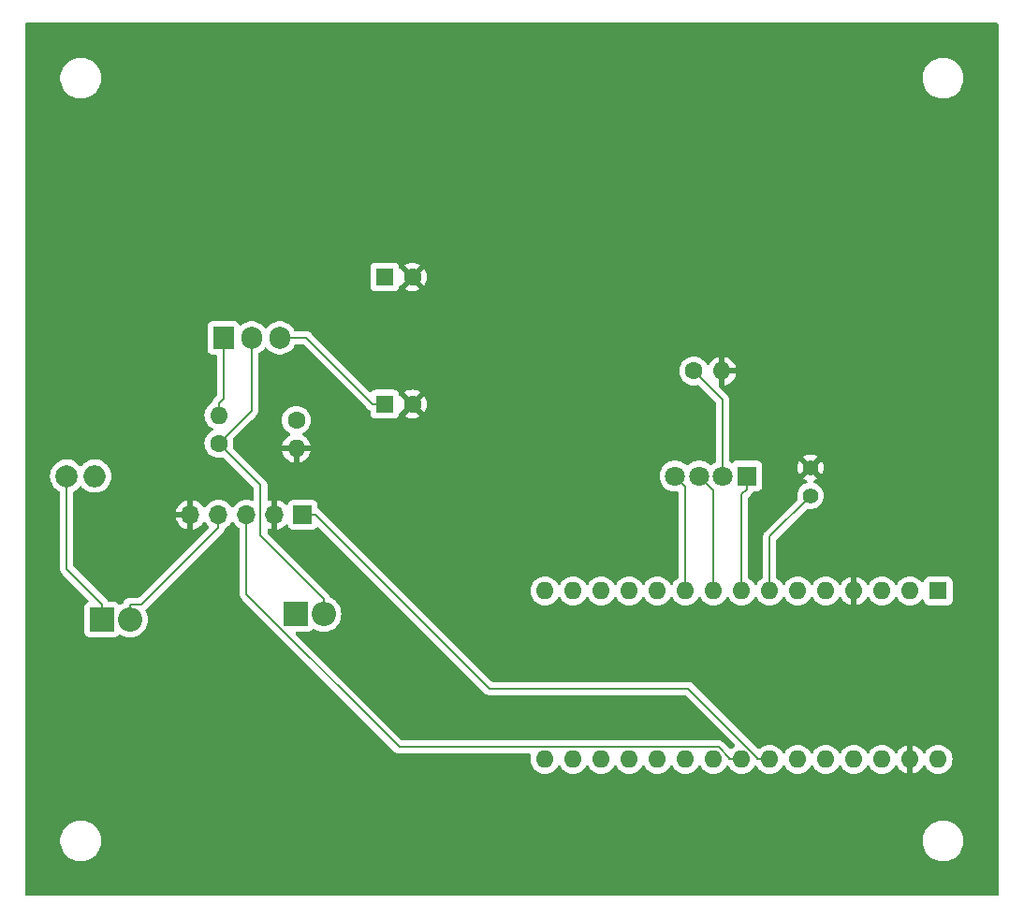
<source format=gbr>
%TF.GenerationSoftware,KiCad,Pcbnew,8.0.2-1.fc40*%
%TF.CreationDate,2024-06-01T22:16:47+03:00*%
%TF.ProjectId,project-depth-to-nmea,70726f6a-6563-4742-9d64-657074682d74,rev?*%
%TF.SameCoordinates,Original*%
%TF.FileFunction,Copper,L2,Bot*%
%TF.FilePolarity,Positive*%
%FSLAX46Y46*%
G04 Gerber Fmt 4.6, Leading zero omitted, Abs format (unit mm)*
G04 Created by KiCad (PCBNEW 8.0.2-1.fc40) date 2024-06-01 22:16:47*
%MOMM*%
%LPD*%
G01*
G04 APERTURE LIST*
%TA.AperFunction,ComponentPad*%
%ADD10R,1.600000X1.600000*%
%TD*%
%TA.AperFunction,ComponentPad*%
%ADD11O,1.600000X1.600000*%
%TD*%
%TA.AperFunction,ComponentPad*%
%ADD12R,1.700000X1.700000*%
%TD*%
%TA.AperFunction,ComponentPad*%
%ADD13O,1.700000X1.700000*%
%TD*%
%TA.AperFunction,ComponentPad*%
%ADD14C,1.600000*%
%TD*%
%TA.AperFunction,ComponentPad*%
%ADD15C,1.400000*%
%TD*%
%TA.AperFunction,ComponentPad*%
%ADD16R,2.200000X2.200000*%
%TD*%
%TA.AperFunction,ComponentPad*%
%ADD17O,2.200000X2.200000*%
%TD*%
%TA.AperFunction,ComponentPad*%
%ADD18R,1.800000X1.800000*%
%TD*%
%TA.AperFunction,ComponentPad*%
%ADD19C,1.800000*%
%TD*%
%TA.AperFunction,ComponentPad*%
%ADD20R,1.905000X2.000000*%
%TD*%
%TA.AperFunction,ComponentPad*%
%ADD21O,1.905000X2.000000*%
%TD*%
%TA.AperFunction,ComponentPad*%
%ADD22C,2.000000*%
%TD*%
%TA.AperFunction,ComponentPad*%
%ADD23O,2.000000X2.000000*%
%TD*%
%TA.AperFunction,Conductor*%
%ADD24C,0.200000*%
%TD*%
G04 APERTURE END LIST*
D10*
%TO.P,A1,1,D1/TX*%
%TO.N,unconnected-(A1-D1{slash}TX-Pad1)*%
X177550000Y-96390000D03*
D11*
%TO.P,A1,2,D0/RX*%
%TO.N,unconnected-(A1-D0{slash}RX-Pad2)*%
X175010000Y-96390000D03*
%TO.P,A1,3,~{RESET}*%
%TO.N,unconnected-(A1-~{RESET}-Pad3)*%
X172470000Y-96390000D03*
%TO.P,A1,4,GND*%
%TO.N,GND*%
X169930000Y-96390000D03*
%TO.P,A1,5,D2*%
%TO.N,unconnected-(A1-D2-Pad5)*%
X167390000Y-96390000D03*
%TO.P,A1,6,D3*%
%TO.N,unconnected-(A1-D3-Pad6)*%
X164850000Y-96390000D03*
%TO.P,A1,7,D4*%
%TO.N,Net-(A1-D4)*%
X162310000Y-96390000D03*
%TO.P,A1,8,D5*%
%TO.N,Net-(A1-D5)*%
X159770000Y-96390000D03*
%TO.P,A1,9,D6*%
%TO.N,Net-(A1-D6)*%
X157230000Y-96390000D03*
%TO.P,A1,10,D7*%
%TO.N,Net-(A1-D7)*%
X154690000Y-96390000D03*
%TO.P,A1,11,D8*%
%TO.N,unconnected-(A1-D8-Pad11)*%
X152150000Y-96390000D03*
%TO.P,A1,12,D9*%
%TO.N,unconnected-(A1-D9-Pad12)*%
X149610000Y-96390000D03*
%TO.P,A1,13,D10*%
%TO.N,unconnected-(A1-D10-Pad13)*%
X147070000Y-96390000D03*
%TO.P,A1,14,D11*%
%TO.N,unconnected-(A1-D11-Pad14)*%
X144530000Y-96390000D03*
%TO.P,A1,15,D12*%
%TO.N,unconnected-(A1-D12-Pad15)*%
X141990000Y-96390000D03*
%TO.P,A1,16,D13*%
%TO.N,unconnected-(A1-D13-Pad16)*%
X141990000Y-111630000D03*
%TO.P,A1,17,3V3*%
%TO.N,unconnected-(A1-3V3-Pad17)*%
X144530000Y-111630000D03*
%TO.P,A1,18,AREF*%
%TO.N,unconnected-(A1-AREF-Pad18)*%
X147070000Y-111630000D03*
%TO.P,A1,19,A0*%
%TO.N,unconnected-(A1-A0-Pad19)*%
X149610000Y-111630000D03*
%TO.P,A1,20,A1*%
%TO.N,unconnected-(A1-A1-Pad20)*%
X152150000Y-111630000D03*
%TO.P,A1,21,A2*%
%TO.N,unconnected-(A1-A2-Pad21)*%
X154690000Y-111630000D03*
%TO.P,A1,22,A3*%
%TO.N,unconnected-(A1-A3-Pad22)*%
X157230000Y-111630000D03*
%TO.P,A1,23,A4*%
%TO.N,SDA*%
X159770000Y-111630000D03*
%TO.P,A1,24,A5*%
%TO.N,SCL*%
X162310000Y-111630000D03*
%TO.P,A1,25,A6*%
%TO.N,unconnected-(A1-A6-Pad25)*%
X164850000Y-111630000D03*
%TO.P,A1,26,A7*%
%TO.N,unconnected-(A1-A7-Pad26)*%
X167390000Y-111630000D03*
%TO.P,A1,27,+5V*%
%TO.N,unconnected-(A1-+5V-Pad27)*%
X169930000Y-111630000D03*
%TO.P,A1,28,~{RESET}*%
%TO.N,unconnected-(A1-~{RESET}-Pad28)*%
X172470000Y-111630000D03*
%TO.P,A1,29,GND*%
%TO.N,GND*%
X175010000Y-111630000D03*
%TO.P,A1,30,VIN*%
%TO.N,Net-(A1-VIN)*%
X177550000Y-111630000D03*
%TD*%
D12*
%TO.P,J1,1,Pin_1*%
%TO.N,SCL*%
X120080000Y-89500000D03*
D13*
%TO.P,J1,2,Pin_2*%
%TO.N,GND*%
X117540000Y-89500000D03*
%TO.P,J1,3,Pin_3*%
%TO.N,SDA*%
X115000000Y-89500000D03*
%TO.P,J1,4,Pin_4*%
%TO.N,Net-(D2-A)*%
X112460000Y-89500000D03*
%TO.P,J1,5,Pin_5*%
%TO.N,GND*%
X109920000Y-89500000D03*
%TD*%
D14*
%TO.P,R1,1*%
%TO.N,Net-(D1-A)*%
X112500000Y-83045000D03*
D11*
%TO.P,R1,2*%
%TO.N,Net-(U1-ADJ)*%
X112500000Y-80505000D03*
%TD*%
D14*
%TO.P,R3,1*%
%TO.N,Net-(D3-K)*%
X155455000Y-76500000D03*
D11*
%TO.P,R3,2*%
%TO.N,GND*%
X157995000Y-76500000D03*
%TD*%
D15*
%TO.P,JP1,1,A*%
%TO.N,GND*%
X166000000Y-85250000D03*
%TO.P,JP1,2,B*%
%TO.N,Net-(A1-D4)*%
X166000000Y-87790000D03*
%TD*%
D10*
%TO.P,C1,1*%
%TO.N,Net-(D1-A)*%
X127500000Y-68000000D03*
D14*
%TO.P,C1,2*%
%TO.N,GND*%
X130000000Y-68000000D03*
%TD*%
D16*
%TO.P,D1,1,K*%
%TO.N,Net-(A1-VIN)*%
X119428200Y-98500000D03*
D17*
%TO.P,D1,2,A*%
%TO.N,Net-(D1-A)*%
X121968200Y-98500000D03*
%TD*%
D10*
%TO.P,C2,1*%
%TO.N,Net-(U1-VI)*%
X127500000Y-79500000D03*
D14*
%TO.P,C2,2*%
%TO.N,GND*%
X130000000Y-79500000D03*
%TD*%
D18*
%TO.P,D3,1,RA*%
%TO.N,Net-(A1-D5)*%
X160240000Y-86000000D03*
D19*
%TO.P,D3,2,K*%
%TO.N,Net-(D3-K)*%
X158081000Y-86000000D03*
%TO.P,D3,3,GA*%
%TO.N,Net-(A1-D6)*%
X155922000Y-86000000D03*
%TO.P,D3,4,BA*%
%TO.N,Net-(A1-D7)*%
X153763000Y-86000000D03*
%TD*%
D20*
%TO.P,U1,1,ADJ*%
%TO.N,Net-(U1-ADJ)*%
X112920000Y-73500000D03*
D21*
%TO.P,U1,2,VO*%
%TO.N,Net-(D1-A)*%
X115460000Y-73500000D03*
%TO.P,U1,3,VI*%
%TO.N,Net-(U1-VI)*%
X118000000Y-73500000D03*
%TD*%
D16*
%TO.P,D2,1,K*%
%TO.N,Net-(D2-K)*%
X101920000Y-99000000D03*
D17*
%TO.P,D2,2,A*%
%TO.N,Net-(D2-A)*%
X104460000Y-99000000D03*
%TD*%
D22*
%TO.P,L1,1,1*%
%TO.N,Net-(D2-K)*%
X98730000Y-86000000D03*
D23*
%TO.P,L1,2,2*%
%TO.N,Net-(U1-VI)*%
X101270000Y-86000000D03*
%TD*%
D14*
%TO.P,R2,1*%
%TO.N,Net-(U1-ADJ)*%
X119500000Y-80960000D03*
D11*
%TO.P,R2,2*%
%TO.N,GND*%
X119500000Y-83500000D03*
%TD*%
D24*
%TO.N,Net-(A1-D6)*%
X157230000Y-87308000D02*
X155922000Y-86000000D01*
X157230000Y-96390000D02*
X157230000Y-87308000D01*
%TO.N,Net-(A1-D7)*%
X154690000Y-86927000D02*
X153763000Y-86000000D01*
X154690000Y-96390000D02*
X154690000Y-86927000D01*
%TO.N,SDA*%
X159770000Y-111630000D02*
X158669900Y-111630000D01*
X158669900Y-111492400D02*
X157707400Y-110529900D01*
X157707400Y-110529900D02*
X128828200Y-110529900D01*
X158669900Y-111630000D02*
X158669900Y-111492400D01*
X128828200Y-110529900D02*
X115000000Y-96701700D01*
X115000000Y-96701700D02*
X115000000Y-89500000D01*
%TO.N,SCL*%
X161209900Y-111630000D02*
X161209900Y-111492500D01*
X162310000Y-111630000D02*
X161209900Y-111630000D01*
X136957200Y-105227100D02*
X121230100Y-89500000D01*
X120080000Y-89500000D02*
X121230100Y-89500000D01*
X161209900Y-111492500D02*
X154944500Y-105227100D01*
X154944500Y-105227100D02*
X136957200Y-105227100D01*
%TO.N,Net-(A1-D5)*%
X159770000Y-87670100D02*
X160240000Y-87200100D01*
X160240000Y-86000000D02*
X160240000Y-87200100D01*
X159770000Y-96390000D02*
X159770000Y-87670100D01*
%TO.N,Net-(A1-D4)*%
X162310000Y-96390000D02*
X162310000Y-91480000D01*
X162310000Y-91480000D02*
X166000000Y-87790000D01*
%TO.N,Net-(D1-A)*%
X116270000Y-91401700D02*
X116270000Y-86815000D01*
X116270000Y-86815000D02*
X112500000Y-83045000D01*
X121968200Y-98500000D02*
X121968200Y-97099900D01*
X115460000Y-73500000D02*
X115460000Y-80085000D01*
X121968200Y-97099900D02*
X116270000Y-91401700D01*
X115460000Y-80085000D02*
X112500000Y-83045000D01*
%TO.N,Net-(U1-VI)*%
X120399900Y-73500000D02*
X126399900Y-79500000D01*
X118000000Y-73500000D02*
X120399900Y-73500000D01*
X127500000Y-79500000D02*
X126399900Y-79500000D01*
%TO.N,Net-(D2-A)*%
X104460000Y-99000000D02*
X104460000Y-97599900D01*
X105510200Y-97599900D02*
X104460000Y-97599900D01*
X112460000Y-89500000D02*
X112460000Y-90650100D01*
X112460000Y-90650100D02*
X105510200Y-97599900D01*
%TO.N,Net-(D2-K)*%
X98730000Y-94409900D02*
X101920000Y-97599900D01*
X98730000Y-86000000D02*
X98730000Y-94409900D01*
X101920000Y-99000000D02*
X101920000Y-97599900D01*
%TO.N,Net-(D3-K)*%
X158081000Y-79126000D02*
X155455000Y-76500000D01*
X158081000Y-86000000D02*
X158081000Y-79126000D01*
%TO.N,Net-(U1-ADJ)*%
X112500000Y-80505000D02*
X112500000Y-79404900D01*
X112500000Y-79404900D02*
X112920000Y-78984900D01*
X112920000Y-78984900D02*
X112920000Y-73500000D01*
%TD*%
%TA.AperFunction,Conductor*%
%TO.N,GND*%
G36*
X117790000Y-90830633D02*
G01*
X118003483Y-90773433D01*
X118003492Y-90773429D01*
X118217578Y-90673600D01*
X118411078Y-90538108D01*
X118533133Y-90416053D01*
X118594456Y-90382568D01*
X118664148Y-90387552D01*
X118720082Y-90429423D01*
X118736997Y-90460401D01*
X118786202Y-90592328D01*
X118786206Y-90592335D01*
X118872452Y-90707544D01*
X118872455Y-90707547D01*
X118987664Y-90793793D01*
X118987671Y-90793797D01*
X119122517Y-90844091D01*
X119122516Y-90844091D01*
X119129444Y-90844835D01*
X119182127Y-90850500D01*
X120977872Y-90850499D01*
X121037483Y-90844091D01*
X121172331Y-90793796D01*
X121287546Y-90707546D01*
X121330593Y-90650042D01*
X121386525Y-90608173D01*
X121456216Y-90603189D01*
X121517539Y-90636674D01*
X136472339Y-105591474D01*
X136472349Y-105591485D01*
X136476679Y-105595815D01*
X136476680Y-105595816D01*
X136588484Y-105707620D01*
X136675295Y-105757739D01*
X136675297Y-105757741D01*
X136713351Y-105779711D01*
X136725415Y-105786677D01*
X136878143Y-105827600D01*
X154644403Y-105827600D01*
X154711442Y-105847285D01*
X154732084Y-105863919D01*
X159162766Y-110294601D01*
X159196251Y-110355924D01*
X159191267Y-110425616D01*
X159149395Y-110481549D01*
X159127491Y-110494663D01*
X159117273Y-110499427D01*
X159117268Y-110499430D01*
X158930861Y-110629952D01*
X158881453Y-110679359D01*
X158820129Y-110712843D01*
X158750437Y-110707857D01*
X158706092Y-110679357D01*
X158194990Y-110168255D01*
X158194988Y-110168252D01*
X158076117Y-110049381D01*
X158076116Y-110049380D01*
X157989304Y-109999260D01*
X157989304Y-109999259D01*
X157989300Y-109999258D01*
X157939185Y-109970323D01*
X157786457Y-109929399D01*
X157628343Y-109929399D01*
X157620747Y-109929399D01*
X157620731Y-109929400D01*
X129128297Y-109929400D01*
X129061258Y-109909715D01*
X129040616Y-109893081D01*
X119459715Y-100312180D01*
X119426230Y-100250857D01*
X119431214Y-100181165D01*
X119473086Y-100125232D01*
X119538550Y-100100815D01*
X119547396Y-100100499D01*
X120576071Y-100100499D01*
X120576072Y-100100499D01*
X120635683Y-100094091D01*
X120770531Y-100043796D01*
X120885746Y-99957546D01*
X120943128Y-99880893D01*
X120999060Y-99839024D01*
X121068752Y-99834040D01*
X121107183Y-99849479D01*
X121239340Y-99930466D01*
X121472089Y-100026873D01*
X121717052Y-100085683D01*
X121968200Y-100105449D01*
X122219348Y-100085683D01*
X122464311Y-100026873D01*
X122697059Y-99930466D01*
X122911859Y-99798836D01*
X123103424Y-99635224D01*
X123267036Y-99443659D01*
X123398666Y-99228859D01*
X123495073Y-98996111D01*
X123553883Y-98751148D01*
X123573649Y-98500000D01*
X123553883Y-98248852D01*
X123495073Y-98003889D01*
X123480461Y-97968613D01*
X123398666Y-97771140D01*
X123267039Y-97556346D01*
X123267038Y-97556343D01*
X123230075Y-97513066D01*
X123103424Y-97364776D01*
X122963732Y-97245468D01*
X122911856Y-97201161D01*
X122911853Y-97201160D01*
X122697058Y-97069533D01*
X122697059Y-97069533D01*
X122623845Y-97039207D01*
X122569442Y-96995366D01*
X122551524Y-96956742D01*
X122527777Y-96868116D01*
X122509522Y-96836497D01*
X122448724Y-96731190D01*
X122448718Y-96731182D01*
X116906819Y-91189283D01*
X116873334Y-91127960D01*
X116870500Y-91101602D01*
X116870500Y-90872008D01*
X116890185Y-90804969D01*
X116942989Y-90759214D01*
X117012147Y-90749270D01*
X117046905Y-90759626D01*
X117076507Y-90773430D01*
X117076516Y-90773433D01*
X117290000Y-90830634D01*
X117290000Y-89933012D01*
X117347007Y-89965925D01*
X117474174Y-90000000D01*
X117605826Y-90000000D01*
X117732993Y-89965925D01*
X117790000Y-89933012D01*
X117790000Y-90830633D01*
G37*
%TD.AperFunction*%
%TA.AperFunction,Conductor*%
G36*
X182942539Y-45020185D02*
G01*
X182988294Y-45072989D01*
X182999500Y-45124500D01*
X182999500Y-123875500D01*
X182979815Y-123942539D01*
X182927011Y-123988294D01*
X182875500Y-123999500D01*
X95124500Y-123999500D01*
X95057461Y-123979815D01*
X95011706Y-123927011D01*
X95000500Y-123875500D01*
X95000500Y-118878711D01*
X98149500Y-118878711D01*
X98149500Y-119121288D01*
X98181161Y-119361785D01*
X98243947Y-119596104D01*
X98336773Y-119820205D01*
X98336776Y-119820212D01*
X98458064Y-120030289D01*
X98458066Y-120030292D01*
X98458067Y-120030293D01*
X98605733Y-120222736D01*
X98605739Y-120222743D01*
X98777256Y-120394260D01*
X98777262Y-120394265D01*
X98969711Y-120541936D01*
X99179788Y-120663224D01*
X99403900Y-120756054D01*
X99638211Y-120818838D01*
X99818586Y-120842584D01*
X99878711Y-120850500D01*
X99878712Y-120850500D01*
X100121289Y-120850500D01*
X100169388Y-120844167D01*
X100361789Y-120818838D01*
X100596100Y-120756054D01*
X100820212Y-120663224D01*
X101030289Y-120541936D01*
X101222738Y-120394265D01*
X101394265Y-120222738D01*
X101541936Y-120030289D01*
X101663224Y-119820212D01*
X101756054Y-119596100D01*
X101818838Y-119361789D01*
X101850500Y-119121288D01*
X101850500Y-118878712D01*
X101850500Y-118878711D01*
X176149500Y-118878711D01*
X176149500Y-119121288D01*
X176181161Y-119361785D01*
X176243947Y-119596104D01*
X176336773Y-119820205D01*
X176336776Y-119820212D01*
X176458064Y-120030289D01*
X176458066Y-120030292D01*
X176458067Y-120030293D01*
X176605733Y-120222736D01*
X176605739Y-120222743D01*
X176777256Y-120394260D01*
X176777262Y-120394265D01*
X176969711Y-120541936D01*
X177179788Y-120663224D01*
X177403900Y-120756054D01*
X177638211Y-120818838D01*
X177818586Y-120842584D01*
X177878711Y-120850500D01*
X177878712Y-120850500D01*
X178121289Y-120850500D01*
X178169388Y-120844167D01*
X178361789Y-120818838D01*
X178596100Y-120756054D01*
X178820212Y-120663224D01*
X179030289Y-120541936D01*
X179222738Y-120394265D01*
X179394265Y-120222738D01*
X179541936Y-120030289D01*
X179663224Y-119820212D01*
X179756054Y-119596100D01*
X179818838Y-119361789D01*
X179850500Y-119121288D01*
X179850500Y-118878712D01*
X179818838Y-118638211D01*
X179756054Y-118403900D01*
X179663224Y-118179788D01*
X179541936Y-117969711D01*
X179394265Y-117777262D01*
X179394260Y-117777256D01*
X179222743Y-117605739D01*
X179222736Y-117605733D01*
X179030293Y-117458067D01*
X179030292Y-117458066D01*
X179030289Y-117458064D01*
X178820212Y-117336776D01*
X178820205Y-117336773D01*
X178596104Y-117243947D01*
X178361785Y-117181161D01*
X178121289Y-117149500D01*
X178121288Y-117149500D01*
X177878712Y-117149500D01*
X177878711Y-117149500D01*
X177638214Y-117181161D01*
X177403895Y-117243947D01*
X177179794Y-117336773D01*
X177179785Y-117336777D01*
X176969706Y-117458067D01*
X176777263Y-117605733D01*
X176777256Y-117605739D01*
X176605739Y-117777256D01*
X176605733Y-117777263D01*
X176458067Y-117969706D01*
X176336777Y-118179785D01*
X176336773Y-118179794D01*
X176243947Y-118403895D01*
X176181161Y-118638214D01*
X176149500Y-118878711D01*
X101850500Y-118878711D01*
X101818838Y-118638211D01*
X101756054Y-118403900D01*
X101663224Y-118179788D01*
X101541936Y-117969711D01*
X101394265Y-117777262D01*
X101394260Y-117777256D01*
X101222743Y-117605739D01*
X101222736Y-117605733D01*
X101030293Y-117458067D01*
X101030292Y-117458066D01*
X101030289Y-117458064D01*
X100820212Y-117336776D01*
X100820205Y-117336773D01*
X100596104Y-117243947D01*
X100361785Y-117181161D01*
X100121289Y-117149500D01*
X100121288Y-117149500D01*
X99878712Y-117149500D01*
X99878711Y-117149500D01*
X99638214Y-117181161D01*
X99403895Y-117243947D01*
X99179794Y-117336773D01*
X99179785Y-117336777D01*
X98969706Y-117458067D01*
X98777263Y-117605733D01*
X98777256Y-117605739D01*
X98605739Y-117777256D01*
X98605733Y-117777263D01*
X98458067Y-117969706D01*
X98336777Y-118179785D01*
X98336773Y-118179794D01*
X98243947Y-118403895D01*
X98181161Y-118638214D01*
X98149500Y-118878711D01*
X95000500Y-118878711D01*
X95000500Y-85999994D01*
X97224357Y-85999994D01*
X97224357Y-86000005D01*
X97244890Y-86247812D01*
X97244892Y-86247824D01*
X97305936Y-86488881D01*
X97405826Y-86716606D01*
X97541833Y-86924782D01*
X97541836Y-86924785D01*
X97710256Y-87107738D01*
X97906491Y-87260474D01*
X97906494Y-87260476D01*
X97906496Y-87260477D01*
X97955388Y-87286936D01*
X98064517Y-87345993D01*
X98114108Y-87395212D01*
X98129500Y-87455048D01*
X98129500Y-94323230D01*
X98129499Y-94323248D01*
X98129499Y-94488954D01*
X98129498Y-94488954D01*
X98170423Y-94641685D01*
X98199358Y-94691800D01*
X98199359Y-94691804D01*
X98199360Y-94691804D01*
X98249479Y-94778614D01*
X98249481Y-94778617D01*
X98368349Y-94897485D01*
X98368355Y-94897490D01*
X100695717Y-97224852D01*
X100729202Y-97286175D01*
X100724218Y-97355867D01*
X100682346Y-97411800D01*
X100651369Y-97428715D01*
X100577671Y-97456202D01*
X100577664Y-97456206D01*
X100462455Y-97542452D01*
X100462452Y-97542455D01*
X100376206Y-97657664D01*
X100376202Y-97657671D01*
X100325908Y-97792517D01*
X100319501Y-97852116D01*
X100319500Y-97852135D01*
X100319500Y-100147870D01*
X100319501Y-100147876D01*
X100325908Y-100207483D01*
X100376202Y-100342328D01*
X100376206Y-100342335D01*
X100462452Y-100457544D01*
X100462455Y-100457547D01*
X100577664Y-100543793D01*
X100577671Y-100543797D01*
X100712517Y-100594091D01*
X100712516Y-100594091D01*
X100719444Y-100594835D01*
X100772127Y-100600500D01*
X103067872Y-100600499D01*
X103127483Y-100594091D01*
X103262331Y-100543796D01*
X103377546Y-100457546D01*
X103434928Y-100380893D01*
X103490860Y-100339024D01*
X103560552Y-100334040D01*
X103598983Y-100349479D01*
X103731140Y-100430466D01*
X103963889Y-100526873D01*
X104208852Y-100585683D01*
X104460000Y-100605449D01*
X104711148Y-100585683D01*
X104956111Y-100526873D01*
X105188859Y-100430466D01*
X105403659Y-100298836D01*
X105595224Y-100135224D01*
X105758836Y-99943659D01*
X105890466Y-99728859D01*
X105986873Y-99496111D01*
X106045683Y-99251148D01*
X106065449Y-99000000D01*
X106045683Y-98748852D01*
X105986873Y-98503889D01*
X105890466Y-98271141D01*
X105864686Y-98229072D01*
X105846442Y-98161630D01*
X105867558Y-98095027D01*
X105882733Y-98076603D01*
X105990720Y-97968616D01*
X105990720Y-97968614D01*
X106000924Y-97958411D01*
X106000928Y-97958406D01*
X112818506Y-91140828D01*
X112818511Y-91140824D01*
X112828714Y-91130620D01*
X112828716Y-91130620D01*
X112940520Y-91018816D01*
X113019577Y-90881884D01*
X113051372Y-90763221D01*
X113087736Y-90703563D01*
X113118738Y-90682937D01*
X113137830Y-90674035D01*
X113331401Y-90538495D01*
X113498495Y-90371401D01*
X113628425Y-90185842D01*
X113683002Y-90142217D01*
X113752500Y-90135023D01*
X113814855Y-90166546D01*
X113831575Y-90185842D01*
X113961281Y-90371082D01*
X113961505Y-90371401D01*
X114128599Y-90538495D01*
X114207277Y-90593586D01*
X114322165Y-90674032D01*
X114322167Y-90674033D01*
X114322170Y-90674035D01*
X114327898Y-90676706D01*
X114380339Y-90722872D01*
X114399500Y-90789090D01*
X114399500Y-96615030D01*
X114399499Y-96615048D01*
X114399499Y-96780754D01*
X114399498Y-96780754D01*
X114414432Y-96836488D01*
X114440423Y-96933485D01*
X114449713Y-96949575D01*
X114449714Y-96949578D01*
X114519475Y-97070409D01*
X114519481Y-97070417D01*
X114638349Y-97189285D01*
X114638355Y-97189290D01*
X128343339Y-110894274D01*
X128343349Y-110894285D01*
X128347679Y-110898615D01*
X128347680Y-110898616D01*
X128459484Y-111010420D01*
X128503561Y-111035867D01*
X128546295Y-111060539D01*
X128546297Y-111060541D01*
X128584351Y-111082511D01*
X128596415Y-111089477D01*
X128749143Y-111130401D01*
X128749146Y-111130401D01*
X128914853Y-111130401D01*
X128914869Y-111130400D01*
X140615890Y-111130400D01*
X140682929Y-111150085D01*
X140728684Y-111202889D01*
X140738628Y-111272047D01*
X140735665Y-111286493D01*
X140704366Y-111403302D01*
X140704364Y-111403313D01*
X140684532Y-111629998D01*
X140684532Y-111630001D01*
X140704364Y-111856686D01*
X140704366Y-111856697D01*
X140763258Y-112076488D01*
X140763261Y-112076497D01*
X140859431Y-112282732D01*
X140859432Y-112282734D01*
X140989954Y-112469141D01*
X141150858Y-112630045D01*
X141150861Y-112630047D01*
X141337266Y-112760568D01*
X141543504Y-112856739D01*
X141763308Y-112915635D01*
X141925230Y-112929801D01*
X141989998Y-112935468D01*
X141990000Y-112935468D01*
X141990002Y-112935468D01*
X142046673Y-112930509D01*
X142216692Y-112915635D01*
X142436496Y-112856739D01*
X142642734Y-112760568D01*
X142829139Y-112630047D01*
X142990047Y-112469139D01*
X143120568Y-112282734D01*
X143147618Y-112224724D01*
X143193790Y-112172285D01*
X143260983Y-112153133D01*
X143327865Y-112173348D01*
X143372382Y-112224725D01*
X143399429Y-112282728D01*
X143399432Y-112282734D01*
X143529954Y-112469141D01*
X143690858Y-112630045D01*
X143690861Y-112630047D01*
X143877266Y-112760568D01*
X144083504Y-112856739D01*
X144303308Y-112915635D01*
X144465230Y-112929801D01*
X144529998Y-112935468D01*
X144530000Y-112935468D01*
X144530002Y-112935468D01*
X144586673Y-112930509D01*
X144756692Y-112915635D01*
X144976496Y-112856739D01*
X145182734Y-112760568D01*
X145369139Y-112630047D01*
X145530047Y-112469139D01*
X145660568Y-112282734D01*
X145687618Y-112224724D01*
X145733790Y-112172285D01*
X145800983Y-112153133D01*
X145867865Y-112173348D01*
X145912382Y-112224725D01*
X145939429Y-112282728D01*
X145939432Y-112282734D01*
X146069954Y-112469141D01*
X146230858Y-112630045D01*
X146230861Y-112630047D01*
X146417266Y-112760568D01*
X146623504Y-112856739D01*
X146843308Y-112915635D01*
X147005230Y-112929801D01*
X147069998Y-112935468D01*
X147070000Y-112935468D01*
X147070002Y-112935468D01*
X147126673Y-112930509D01*
X147296692Y-112915635D01*
X147516496Y-112856739D01*
X147722734Y-112760568D01*
X147909139Y-112630047D01*
X148070047Y-112469139D01*
X148200568Y-112282734D01*
X148227618Y-112224724D01*
X148273790Y-112172285D01*
X148340983Y-112153133D01*
X148407865Y-112173348D01*
X148452382Y-112224725D01*
X148479429Y-112282728D01*
X148479432Y-112282734D01*
X148609954Y-112469141D01*
X148770858Y-112630045D01*
X148770861Y-112630047D01*
X148957266Y-112760568D01*
X149163504Y-112856739D01*
X149383308Y-112915635D01*
X149545230Y-112929801D01*
X149609998Y-112935468D01*
X149610000Y-112935468D01*
X149610002Y-112935468D01*
X149666673Y-112930509D01*
X149836692Y-112915635D01*
X150056496Y-112856739D01*
X150262734Y-112760568D01*
X150449139Y-112630047D01*
X150610047Y-112469139D01*
X150740568Y-112282734D01*
X150767618Y-112224724D01*
X150813790Y-112172285D01*
X150880983Y-112153133D01*
X150947865Y-112173348D01*
X150992382Y-112224725D01*
X151019429Y-112282728D01*
X151019432Y-112282734D01*
X151149954Y-112469141D01*
X151310858Y-112630045D01*
X151310861Y-112630047D01*
X151497266Y-112760568D01*
X151703504Y-112856739D01*
X151923308Y-112915635D01*
X152085230Y-112929801D01*
X152149998Y-112935468D01*
X152150000Y-112935468D01*
X152150002Y-112935468D01*
X152206673Y-112930509D01*
X152376692Y-112915635D01*
X152596496Y-112856739D01*
X152802734Y-112760568D01*
X152989139Y-112630047D01*
X153150047Y-112469139D01*
X153280568Y-112282734D01*
X153307618Y-112224724D01*
X153353790Y-112172285D01*
X153420983Y-112153133D01*
X153487865Y-112173348D01*
X153532382Y-112224725D01*
X153559429Y-112282728D01*
X153559432Y-112282734D01*
X153689954Y-112469141D01*
X153850858Y-112630045D01*
X153850861Y-112630047D01*
X154037266Y-112760568D01*
X154243504Y-112856739D01*
X154463308Y-112915635D01*
X154625230Y-112929801D01*
X154689998Y-112935468D01*
X154690000Y-112935468D01*
X154690002Y-112935468D01*
X154746673Y-112930509D01*
X154916692Y-112915635D01*
X155136496Y-112856739D01*
X155342734Y-112760568D01*
X155529139Y-112630047D01*
X155690047Y-112469139D01*
X155820568Y-112282734D01*
X155847618Y-112224724D01*
X155893790Y-112172285D01*
X155960983Y-112153133D01*
X156027865Y-112173348D01*
X156072382Y-112224725D01*
X156099429Y-112282728D01*
X156099432Y-112282734D01*
X156229954Y-112469141D01*
X156390858Y-112630045D01*
X156390861Y-112630047D01*
X156577266Y-112760568D01*
X156783504Y-112856739D01*
X157003308Y-112915635D01*
X157165230Y-112929801D01*
X157229998Y-112935468D01*
X157230000Y-112935468D01*
X157230002Y-112935468D01*
X157286673Y-112930509D01*
X157456692Y-112915635D01*
X157676496Y-112856739D01*
X157882734Y-112760568D01*
X158069139Y-112630047D01*
X158230047Y-112469139D01*
X158360568Y-112282734D01*
X158363822Y-112275756D01*
X158409993Y-112223315D01*
X158477186Y-112204161D01*
X158508295Y-112208381D01*
X158563037Y-112223049D01*
X158622695Y-112259412D01*
X158638329Y-112280822D01*
X158639429Y-112282727D01*
X158639432Y-112282734D01*
X158639435Y-112282738D01*
X158769954Y-112469141D01*
X158930858Y-112630045D01*
X158930861Y-112630047D01*
X159117266Y-112760568D01*
X159323504Y-112856739D01*
X159543308Y-112915635D01*
X159705230Y-112929801D01*
X159769998Y-112935468D01*
X159770000Y-112935468D01*
X159770002Y-112935468D01*
X159826673Y-112930509D01*
X159996692Y-112915635D01*
X160216496Y-112856739D01*
X160422734Y-112760568D01*
X160609139Y-112630047D01*
X160770047Y-112469139D01*
X160900568Y-112282734D01*
X160903822Y-112275756D01*
X160949993Y-112223315D01*
X161017186Y-112204161D01*
X161048295Y-112208381D01*
X161103037Y-112223049D01*
X161162695Y-112259412D01*
X161178329Y-112280822D01*
X161179429Y-112282727D01*
X161179432Y-112282734D01*
X161179435Y-112282738D01*
X161309954Y-112469141D01*
X161470858Y-112630045D01*
X161470861Y-112630047D01*
X161657266Y-112760568D01*
X161863504Y-112856739D01*
X162083308Y-112915635D01*
X162245230Y-112929801D01*
X162309998Y-112935468D01*
X162310000Y-112935468D01*
X162310002Y-112935468D01*
X162366673Y-112930509D01*
X162536692Y-112915635D01*
X162756496Y-112856739D01*
X162962734Y-112760568D01*
X163149139Y-112630047D01*
X163310047Y-112469139D01*
X163440568Y-112282734D01*
X163467618Y-112224724D01*
X163513790Y-112172285D01*
X163580983Y-112153133D01*
X163647865Y-112173348D01*
X163692382Y-112224725D01*
X163719429Y-112282728D01*
X163719432Y-112282734D01*
X163849954Y-112469141D01*
X164010858Y-112630045D01*
X164010861Y-112630047D01*
X164197266Y-112760568D01*
X164403504Y-112856739D01*
X164623308Y-112915635D01*
X164785230Y-112929801D01*
X164849998Y-112935468D01*
X164850000Y-112935468D01*
X164850002Y-112935468D01*
X164906673Y-112930509D01*
X165076692Y-112915635D01*
X165296496Y-112856739D01*
X165502734Y-112760568D01*
X165689139Y-112630047D01*
X165850047Y-112469139D01*
X165980568Y-112282734D01*
X166007618Y-112224724D01*
X166053790Y-112172285D01*
X166120983Y-112153133D01*
X166187865Y-112173348D01*
X166232382Y-112224725D01*
X166259429Y-112282728D01*
X166259432Y-112282734D01*
X166389954Y-112469141D01*
X166550858Y-112630045D01*
X166550861Y-112630047D01*
X166737266Y-112760568D01*
X166943504Y-112856739D01*
X167163308Y-112915635D01*
X167325230Y-112929801D01*
X167389998Y-112935468D01*
X167390000Y-112935468D01*
X167390002Y-112935468D01*
X167446673Y-112930509D01*
X167616692Y-112915635D01*
X167836496Y-112856739D01*
X168042734Y-112760568D01*
X168229139Y-112630047D01*
X168390047Y-112469139D01*
X168520568Y-112282734D01*
X168547618Y-112224724D01*
X168593790Y-112172285D01*
X168660983Y-112153133D01*
X168727865Y-112173348D01*
X168772382Y-112224725D01*
X168799429Y-112282728D01*
X168799432Y-112282734D01*
X168929954Y-112469141D01*
X169090858Y-112630045D01*
X169090861Y-112630047D01*
X169277266Y-112760568D01*
X169483504Y-112856739D01*
X169703308Y-112915635D01*
X169865230Y-112929801D01*
X169929998Y-112935468D01*
X169930000Y-112935468D01*
X169930002Y-112935468D01*
X169986673Y-112930509D01*
X170156692Y-112915635D01*
X170376496Y-112856739D01*
X170582734Y-112760568D01*
X170769139Y-112630047D01*
X170930047Y-112469139D01*
X171060568Y-112282734D01*
X171087618Y-112224724D01*
X171133790Y-112172285D01*
X171200983Y-112153133D01*
X171267865Y-112173348D01*
X171312382Y-112224725D01*
X171339429Y-112282728D01*
X171339432Y-112282734D01*
X171469954Y-112469141D01*
X171630858Y-112630045D01*
X171630861Y-112630047D01*
X171817266Y-112760568D01*
X172023504Y-112856739D01*
X172243308Y-112915635D01*
X172405230Y-112929801D01*
X172469998Y-112935468D01*
X172470000Y-112935468D01*
X172470002Y-112935468D01*
X172526673Y-112930509D01*
X172696692Y-112915635D01*
X172916496Y-112856739D01*
X173122734Y-112760568D01*
X173309139Y-112630047D01*
X173470047Y-112469139D01*
X173600568Y-112282734D01*
X173627895Y-112224129D01*
X173674064Y-112171695D01*
X173741257Y-112152542D01*
X173808139Y-112172757D01*
X173852657Y-112224133D01*
X173879865Y-112282482D01*
X174010342Y-112468820D01*
X174171179Y-112629657D01*
X174357517Y-112760134D01*
X174563673Y-112856265D01*
X174563682Y-112856269D01*
X174759999Y-112908872D01*
X174760000Y-112908871D01*
X174760000Y-112063012D01*
X174817007Y-112095925D01*
X174944174Y-112130000D01*
X175075826Y-112130000D01*
X175202993Y-112095925D01*
X175260000Y-112063012D01*
X175260000Y-112908872D01*
X175456317Y-112856269D01*
X175456326Y-112856265D01*
X175662482Y-112760134D01*
X175848820Y-112629657D01*
X176009657Y-112468820D01*
X176140132Y-112282484D01*
X176167341Y-112224134D01*
X176213513Y-112171695D01*
X176280707Y-112152542D01*
X176347588Y-112172757D01*
X176392106Y-112224133D01*
X176419431Y-112282732D01*
X176419432Y-112282734D01*
X176549954Y-112469141D01*
X176710858Y-112630045D01*
X176710861Y-112630047D01*
X176897266Y-112760568D01*
X177103504Y-112856739D01*
X177323308Y-112915635D01*
X177485230Y-112929801D01*
X177549998Y-112935468D01*
X177550000Y-112935468D01*
X177550002Y-112935468D01*
X177606673Y-112930509D01*
X177776692Y-112915635D01*
X177996496Y-112856739D01*
X178202734Y-112760568D01*
X178389139Y-112630047D01*
X178550047Y-112469139D01*
X178680568Y-112282734D01*
X178776739Y-112076496D01*
X178835635Y-111856692D01*
X178855468Y-111630000D01*
X178835635Y-111403308D01*
X178776739Y-111183504D01*
X178680568Y-110977266D01*
X178550047Y-110790861D01*
X178550045Y-110790858D01*
X178389141Y-110629954D01*
X178202734Y-110499432D01*
X178202732Y-110499431D01*
X177996497Y-110403261D01*
X177996488Y-110403258D01*
X177776697Y-110344366D01*
X177776693Y-110344365D01*
X177776692Y-110344365D01*
X177776691Y-110344364D01*
X177776686Y-110344364D01*
X177550002Y-110324532D01*
X177549998Y-110324532D01*
X177323313Y-110344364D01*
X177323302Y-110344366D01*
X177103511Y-110403258D01*
X177103502Y-110403261D01*
X176897267Y-110499431D01*
X176897265Y-110499432D01*
X176710858Y-110629954D01*
X176549954Y-110790858D01*
X176419433Y-110977264D01*
X176419432Y-110977266D01*
X176419315Y-110977518D01*
X176392106Y-111035867D01*
X176345933Y-111088306D01*
X176278739Y-111107457D01*
X176211858Y-111087241D01*
X176167342Y-111035865D01*
X176140135Y-110977520D01*
X176140134Y-110977518D01*
X176009657Y-110791179D01*
X175848820Y-110630342D01*
X175662482Y-110499865D01*
X175456328Y-110403734D01*
X175260000Y-110351127D01*
X175260000Y-111196988D01*
X175202993Y-111164075D01*
X175075826Y-111130000D01*
X174944174Y-111130000D01*
X174817007Y-111164075D01*
X174760000Y-111196988D01*
X174760000Y-110351127D01*
X174563671Y-110403734D01*
X174357517Y-110499865D01*
X174171179Y-110630342D01*
X174010342Y-110791179D01*
X173879867Y-110977515D01*
X173852657Y-111035867D01*
X173806484Y-111088306D01*
X173739290Y-111107457D01*
X173672409Y-111087241D01*
X173627893Y-111035865D01*
X173600685Y-110977518D01*
X173600568Y-110977266D01*
X173470047Y-110790861D01*
X173470045Y-110790858D01*
X173309141Y-110629954D01*
X173122734Y-110499432D01*
X173122732Y-110499431D01*
X172916497Y-110403261D01*
X172916488Y-110403258D01*
X172696697Y-110344366D01*
X172696693Y-110344365D01*
X172696692Y-110344365D01*
X172696691Y-110344364D01*
X172696686Y-110344364D01*
X172470002Y-110324532D01*
X172469998Y-110324532D01*
X172243313Y-110344364D01*
X172243302Y-110344366D01*
X172023511Y-110403258D01*
X172023502Y-110403261D01*
X171817267Y-110499431D01*
X171817265Y-110499432D01*
X171630858Y-110629954D01*
X171469954Y-110790858D01*
X171339432Y-110977265D01*
X171339431Y-110977267D01*
X171312382Y-111035275D01*
X171266209Y-111087714D01*
X171199016Y-111106866D01*
X171132135Y-111086650D01*
X171087618Y-111035275D01*
X171060686Y-110977520D01*
X171060568Y-110977266D01*
X170930047Y-110790861D01*
X170930045Y-110790858D01*
X170769141Y-110629954D01*
X170582734Y-110499432D01*
X170582732Y-110499431D01*
X170376497Y-110403261D01*
X170376488Y-110403258D01*
X170156697Y-110344366D01*
X170156693Y-110344365D01*
X170156692Y-110344365D01*
X170156691Y-110344364D01*
X170156686Y-110344364D01*
X169930002Y-110324532D01*
X169929998Y-110324532D01*
X169703313Y-110344364D01*
X169703302Y-110344366D01*
X169483511Y-110403258D01*
X169483502Y-110403261D01*
X169277267Y-110499431D01*
X169277265Y-110499432D01*
X169090858Y-110629954D01*
X168929954Y-110790858D01*
X168799432Y-110977265D01*
X168799431Y-110977267D01*
X168772382Y-111035275D01*
X168726209Y-111087714D01*
X168659016Y-111106866D01*
X168592135Y-111086650D01*
X168547618Y-111035275D01*
X168520686Y-110977520D01*
X168520568Y-110977266D01*
X168390047Y-110790861D01*
X168390045Y-110790858D01*
X168229141Y-110629954D01*
X168042734Y-110499432D01*
X168042732Y-110499431D01*
X167836497Y-110403261D01*
X167836488Y-110403258D01*
X167616697Y-110344366D01*
X167616693Y-110344365D01*
X167616692Y-110344365D01*
X167616691Y-110344364D01*
X167616686Y-110344364D01*
X167390002Y-110324532D01*
X167389998Y-110324532D01*
X167163313Y-110344364D01*
X167163302Y-110344366D01*
X166943511Y-110403258D01*
X166943502Y-110403261D01*
X166737267Y-110499431D01*
X166737265Y-110499432D01*
X166550858Y-110629954D01*
X166389954Y-110790858D01*
X166259432Y-110977265D01*
X166259431Y-110977267D01*
X166232382Y-111035275D01*
X166186209Y-111087714D01*
X166119016Y-111106866D01*
X166052135Y-111086650D01*
X166007618Y-111035275D01*
X165980686Y-110977520D01*
X165980568Y-110977266D01*
X165850047Y-110790861D01*
X165850045Y-110790858D01*
X165689141Y-110629954D01*
X165502734Y-110499432D01*
X165502732Y-110499431D01*
X165296497Y-110403261D01*
X165296488Y-110403258D01*
X165076697Y-110344366D01*
X165076693Y-110344365D01*
X165076692Y-110344365D01*
X165076691Y-110344364D01*
X165076686Y-110344364D01*
X164850002Y-110324532D01*
X164849998Y-110324532D01*
X164623313Y-110344364D01*
X164623302Y-110344366D01*
X164403511Y-110403258D01*
X164403502Y-110403261D01*
X164197267Y-110499431D01*
X164197265Y-110499432D01*
X164010858Y-110629954D01*
X163849954Y-110790858D01*
X163719432Y-110977265D01*
X163719431Y-110977267D01*
X163692382Y-111035275D01*
X163646209Y-111087714D01*
X163579016Y-111106866D01*
X163512135Y-111086650D01*
X163467618Y-111035275D01*
X163440686Y-110977520D01*
X163440568Y-110977266D01*
X163310047Y-110790861D01*
X163310045Y-110790858D01*
X163149141Y-110629954D01*
X162962734Y-110499432D01*
X162962732Y-110499431D01*
X162756497Y-110403261D01*
X162756488Y-110403258D01*
X162536697Y-110344366D01*
X162536693Y-110344365D01*
X162536692Y-110344365D01*
X162536691Y-110344364D01*
X162536686Y-110344364D01*
X162310002Y-110324532D01*
X162309998Y-110324532D01*
X162083313Y-110344364D01*
X162083302Y-110344366D01*
X161863511Y-110403258D01*
X161863502Y-110403261D01*
X161657267Y-110499431D01*
X161657265Y-110499432D01*
X161470861Y-110629952D01*
X161421403Y-110679409D01*
X161360079Y-110712893D01*
X161290387Y-110707907D01*
X161246042Y-110679407D01*
X155432090Y-104865455D01*
X155432088Y-104865452D01*
X155313217Y-104746581D01*
X155313216Y-104746580D01*
X155226404Y-104696460D01*
X155226404Y-104696459D01*
X155226400Y-104696458D01*
X155176285Y-104667523D01*
X155023557Y-104626599D01*
X154865443Y-104626599D01*
X154857847Y-104626599D01*
X154857831Y-104626600D01*
X137257297Y-104626600D01*
X137190258Y-104606915D01*
X137169616Y-104590281D01*
X128969333Y-96389998D01*
X140684532Y-96389998D01*
X140684532Y-96390001D01*
X140704364Y-96616686D01*
X140704366Y-96616697D01*
X140763258Y-96836488D01*
X140763261Y-96836497D01*
X140859431Y-97042732D01*
X140859432Y-97042734D01*
X140989954Y-97229141D01*
X141150858Y-97390045D01*
X141150861Y-97390047D01*
X141337266Y-97520568D01*
X141543504Y-97616739D01*
X141763308Y-97675635D01*
X141925230Y-97689801D01*
X141989998Y-97695468D01*
X141990000Y-97695468D01*
X141990002Y-97695468D01*
X142046807Y-97690498D01*
X142216692Y-97675635D01*
X142436496Y-97616739D01*
X142642734Y-97520568D01*
X142829139Y-97390047D01*
X142990047Y-97229139D01*
X143120568Y-97042734D01*
X143147618Y-96984724D01*
X143193790Y-96932285D01*
X143260983Y-96913133D01*
X143327865Y-96933348D01*
X143372382Y-96984725D01*
X143399429Y-97042728D01*
X143399432Y-97042734D01*
X143529954Y-97229141D01*
X143690858Y-97390045D01*
X143690861Y-97390047D01*
X143877266Y-97520568D01*
X144083504Y-97616739D01*
X144303308Y-97675635D01*
X144465230Y-97689801D01*
X144529998Y-97695468D01*
X144530000Y-97695468D01*
X144530002Y-97695468D01*
X144586807Y-97690498D01*
X144756692Y-97675635D01*
X144976496Y-97616739D01*
X145182734Y-97520568D01*
X145369139Y-97390047D01*
X145530047Y-97229139D01*
X145660568Y-97042734D01*
X145687618Y-96984724D01*
X145733790Y-96932285D01*
X145800983Y-96913133D01*
X145867865Y-96933348D01*
X145912382Y-96984725D01*
X145939429Y-97042728D01*
X145939432Y-97042734D01*
X146069954Y-97229141D01*
X146230858Y-97390045D01*
X146230861Y-97390047D01*
X146417266Y-97520568D01*
X146623504Y-97616739D01*
X146843308Y-97675635D01*
X147005230Y-97689801D01*
X147069998Y-97695468D01*
X147070000Y-97695468D01*
X147070002Y-97695468D01*
X147126807Y-97690498D01*
X147296692Y-97675635D01*
X147516496Y-97616739D01*
X147722734Y-97520568D01*
X147909139Y-97390047D01*
X148070047Y-97229139D01*
X148200568Y-97042734D01*
X148227618Y-96984724D01*
X148273790Y-96932285D01*
X148340983Y-96913133D01*
X148407865Y-96933348D01*
X148452382Y-96984725D01*
X148479429Y-97042728D01*
X148479432Y-97042734D01*
X148609954Y-97229141D01*
X148770858Y-97390045D01*
X148770861Y-97390047D01*
X148957266Y-97520568D01*
X149163504Y-97616739D01*
X149383308Y-97675635D01*
X149545230Y-97689801D01*
X149609998Y-97695468D01*
X149610000Y-97695468D01*
X149610002Y-97695468D01*
X149666807Y-97690498D01*
X149836692Y-97675635D01*
X150056496Y-97616739D01*
X150262734Y-97520568D01*
X150449139Y-97390047D01*
X150610047Y-97229139D01*
X150740568Y-97042734D01*
X150767618Y-96984724D01*
X150813790Y-96932285D01*
X150880983Y-96913133D01*
X150947865Y-96933348D01*
X150992382Y-96984725D01*
X151019429Y-97042728D01*
X151019432Y-97042734D01*
X151149954Y-97229141D01*
X151310858Y-97390045D01*
X151310861Y-97390047D01*
X151497266Y-97520568D01*
X151703504Y-97616739D01*
X151923308Y-97675635D01*
X152085230Y-97689801D01*
X152149998Y-97695468D01*
X152150000Y-97695468D01*
X152150002Y-97695468D01*
X152206807Y-97690498D01*
X152376692Y-97675635D01*
X152596496Y-97616739D01*
X152802734Y-97520568D01*
X152989139Y-97390047D01*
X153150047Y-97229139D01*
X153280568Y-97042734D01*
X153307618Y-96984724D01*
X153353790Y-96932285D01*
X153420983Y-96913133D01*
X153487865Y-96933348D01*
X153532382Y-96984725D01*
X153559429Y-97042728D01*
X153559432Y-97042734D01*
X153689954Y-97229141D01*
X153850858Y-97390045D01*
X153850861Y-97390047D01*
X154037266Y-97520568D01*
X154243504Y-97616739D01*
X154463308Y-97675635D01*
X154625230Y-97689801D01*
X154689998Y-97695468D01*
X154690000Y-97695468D01*
X154690002Y-97695468D01*
X154746807Y-97690498D01*
X154916692Y-97675635D01*
X155136496Y-97616739D01*
X155342734Y-97520568D01*
X155529139Y-97390047D01*
X155690047Y-97229139D01*
X155820568Y-97042734D01*
X155847618Y-96984724D01*
X155893790Y-96932285D01*
X155960983Y-96913133D01*
X156027865Y-96933348D01*
X156072382Y-96984725D01*
X156099429Y-97042728D01*
X156099432Y-97042734D01*
X156229954Y-97229141D01*
X156390858Y-97390045D01*
X156390861Y-97390047D01*
X156577266Y-97520568D01*
X156783504Y-97616739D01*
X157003308Y-97675635D01*
X157165230Y-97689801D01*
X157229998Y-97695468D01*
X157230000Y-97695468D01*
X157230002Y-97695468D01*
X157286807Y-97690498D01*
X157456692Y-97675635D01*
X157676496Y-97616739D01*
X157882734Y-97520568D01*
X158069139Y-97390047D01*
X158230047Y-97229139D01*
X158360568Y-97042734D01*
X158387618Y-96984724D01*
X158433790Y-96932285D01*
X158500983Y-96913133D01*
X158567865Y-96933348D01*
X158612382Y-96984725D01*
X158639429Y-97042728D01*
X158639432Y-97042734D01*
X158769954Y-97229141D01*
X158930858Y-97390045D01*
X158930861Y-97390047D01*
X159117266Y-97520568D01*
X159323504Y-97616739D01*
X159543308Y-97675635D01*
X159705230Y-97689801D01*
X159769998Y-97695468D01*
X159770000Y-97695468D01*
X159770002Y-97695468D01*
X159826807Y-97690498D01*
X159996692Y-97675635D01*
X160216496Y-97616739D01*
X160422734Y-97520568D01*
X160609139Y-97390047D01*
X160770047Y-97229139D01*
X160900568Y-97042734D01*
X160927618Y-96984724D01*
X160973790Y-96932285D01*
X161040983Y-96913133D01*
X161107865Y-96933348D01*
X161152382Y-96984725D01*
X161179429Y-97042728D01*
X161179432Y-97042734D01*
X161309954Y-97229141D01*
X161470858Y-97390045D01*
X161470861Y-97390047D01*
X161657266Y-97520568D01*
X161863504Y-97616739D01*
X162083308Y-97675635D01*
X162245230Y-97689801D01*
X162309998Y-97695468D01*
X162310000Y-97695468D01*
X162310002Y-97695468D01*
X162366807Y-97690498D01*
X162536692Y-97675635D01*
X162756496Y-97616739D01*
X162962734Y-97520568D01*
X163149139Y-97390047D01*
X163310047Y-97229139D01*
X163440568Y-97042734D01*
X163467618Y-96984724D01*
X163513790Y-96932285D01*
X163580983Y-96913133D01*
X163647865Y-96933348D01*
X163692382Y-96984725D01*
X163719429Y-97042728D01*
X163719432Y-97042734D01*
X163849954Y-97229141D01*
X164010858Y-97390045D01*
X164010861Y-97390047D01*
X164197266Y-97520568D01*
X164403504Y-97616739D01*
X164623308Y-97675635D01*
X164785230Y-97689801D01*
X164849998Y-97695468D01*
X164850000Y-97695468D01*
X164850002Y-97695468D01*
X164906807Y-97690498D01*
X165076692Y-97675635D01*
X165296496Y-97616739D01*
X165502734Y-97520568D01*
X165689139Y-97390047D01*
X165850047Y-97229139D01*
X165980568Y-97042734D01*
X166007618Y-96984724D01*
X166053790Y-96932285D01*
X166120983Y-96913133D01*
X166187865Y-96933348D01*
X166232382Y-96984725D01*
X166259429Y-97042728D01*
X166259432Y-97042734D01*
X166389954Y-97229141D01*
X166550858Y-97390045D01*
X166550861Y-97390047D01*
X166737266Y-97520568D01*
X166943504Y-97616739D01*
X167163308Y-97675635D01*
X167325230Y-97689801D01*
X167389998Y-97695468D01*
X167390000Y-97695468D01*
X167390002Y-97695468D01*
X167446807Y-97690498D01*
X167616692Y-97675635D01*
X167836496Y-97616739D01*
X168042734Y-97520568D01*
X168229139Y-97390047D01*
X168390047Y-97229139D01*
X168520568Y-97042734D01*
X168547895Y-96984129D01*
X168594064Y-96931695D01*
X168661257Y-96912542D01*
X168728139Y-96932757D01*
X168772657Y-96984133D01*
X168799865Y-97042482D01*
X168930342Y-97228820D01*
X169091179Y-97389657D01*
X169277517Y-97520134D01*
X169483673Y-97616265D01*
X169483682Y-97616269D01*
X169679999Y-97668872D01*
X169680000Y-97668871D01*
X169680000Y-96823012D01*
X169737007Y-96855925D01*
X169864174Y-96890000D01*
X169995826Y-96890000D01*
X170122993Y-96855925D01*
X170180000Y-96823012D01*
X170180000Y-97668872D01*
X170376317Y-97616269D01*
X170376326Y-97616265D01*
X170582482Y-97520134D01*
X170768820Y-97389657D01*
X170929657Y-97228820D01*
X171060132Y-97042484D01*
X171087341Y-96984134D01*
X171133513Y-96931695D01*
X171200707Y-96912542D01*
X171267588Y-96932757D01*
X171312105Y-96984132D01*
X171319225Y-96999400D01*
X171339431Y-97042732D01*
X171339432Y-97042734D01*
X171469954Y-97229141D01*
X171630858Y-97390045D01*
X171630861Y-97390047D01*
X171817266Y-97520568D01*
X172023504Y-97616739D01*
X172243308Y-97675635D01*
X172405230Y-97689801D01*
X172469998Y-97695468D01*
X172470000Y-97695468D01*
X172470002Y-97695468D01*
X172526807Y-97690498D01*
X172696692Y-97675635D01*
X172916496Y-97616739D01*
X173122734Y-97520568D01*
X173309139Y-97390047D01*
X173470047Y-97229139D01*
X173600568Y-97042734D01*
X173627618Y-96984724D01*
X173673790Y-96932285D01*
X173740983Y-96913133D01*
X173807865Y-96933348D01*
X173852382Y-96984725D01*
X173879429Y-97042728D01*
X173879432Y-97042734D01*
X174009954Y-97229141D01*
X174170858Y-97390045D01*
X174170861Y-97390047D01*
X174357266Y-97520568D01*
X174563504Y-97616739D01*
X174783308Y-97675635D01*
X174945230Y-97689801D01*
X175009998Y-97695468D01*
X175010000Y-97695468D01*
X175010002Y-97695468D01*
X175066807Y-97690498D01*
X175236692Y-97675635D01*
X175456496Y-97616739D01*
X175662734Y-97520568D01*
X175849139Y-97390047D01*
X176010047Y-97229139D01*
X176027272Y-97204539D01*
X176081848Y-97160913D01*
X176151346Y-97153718D01*
X176213701Y-97185239D01*
X176249116Y-97245468D01*
X176252138Y-97262406D01*
X176255908Y-97297483D01*
X176306202Y-97432328D01*
X176306206Y-97432335D01*
X176392452Y-97547544D01*
X176392455Y-97547547D01*
X176507664Y-97633793D01*
X176507671Y-97633797D01*
X176642517Y-97684091D01*
X176642516Y-97684091D01*
X176649444Y-97684835D01*
X176702127Y-97690500D01*
X178397872Y-97690499D01*
X178457483Y-97684091D01*
X178592331Y-97633796D01*
X178707546Y-97547546D01*
X178793796Y-97432331D01*
X178844091Y-97297483D01*
X178850500Y-97237873D01*
X178850499Y-95542128D01*
X178844091Y-95482517D01*
X178809567Y-95389954D01*
X178793797Y-95347671D01*
X178793793Y-95347664D01*
X178707547Y-95232455D01*
X178707544Y-95232452D01*
X178592335Y-95146206D01*
X178592328Y-95146202D01*
X178457482Y-95095908D01*
X178457483Y-95095908D01*
X178397883Y-95089501D01*
X178397881Y-95089500D01*
X178397873Y-95089500D01*
X178397864Y-95089500D01*
X176702129Y-95089500D01*
X176702123Y-95089501D01*
X176642516Y-95095908D01*
X176507671Y-95146202D01*
X176507664Y-95146206D01*
X176392455Y-95232452D01*
X176392452Y-95232455D01*
X176306206Y-95347664D01*
X176306202Y-95347671D01*
X176255908Y-95482516D01*
X176252137Y-95517596D01*
X176225398Y-95582146D01*
X176168006Y-95621994D01*
X176098180Y-95624487D01*
X176038092Y-95588834D01*
X176027273Y-95575462D01*
X176010045Y-95550858D01*
X175849141Y-95389954D01*
X175662734Y-95259432D01*
X175662732Y-95259431D01*
X175456497Y-95163261D01*
X175456488Y-95163258D01*
X175236697Y-95104366D01*
X175236693Y-95104365D01*
X175236692Y-95104365D01*
X175236691Y-95104364D01*
X175236686Y-95104364D01*
X175010002Y-95084532D01*
X175009998Y-95084532D01*
X174783313Y-95104364D01*
X174783302Y-95104366D01*
X174563511Y-95163258D01*
X174563502Y-95163261D01*
X174357267Y-95259431D01*
X174357265Y-95259432D01*
X174170858Y-95389954D01*
X174009954Y-95550858D01*
X173879432Y-95737265D01*
X173879431Y-95737267D01*
X173852382Y-95795275D01*
X173806209Y-95847714D01*
X173739016Y-95866866D01*
X173672135Y-95846650D01*
X173627618Y-95795275D01*
X173600686Y-95737520D01*
X173600568Y-95737266D01*
X173470047Y-95550861D01*
X173470045Y-95550858D01*
X173309141Y-95389954D01*
X173122734Y-95259432D01*
X173122732Y-95259431D01*
X172916497Y-95163261D01*
X172916488Y-95163258D01*
X172696697Y-95104366D01*
X172696693Y-95104365D01*
X172696692Y-95104365D01*
X172696691Y-95104364D01*
X172696686Y-95104364D01*
X172470002Y-95084532D01*
X172469998Y-95084532D01*
X172243313Y-95104364D01*
X172243302Y-95104366D01*
X172023511Y-95163258D01*
X172023502Y-95163261D01*
X171817267Y-95259431D01*
X171817265Y-95259432D01*
X171630858Y-95389954D01*
X171469954Y-95550858D01*
X171339433Y-95737264D01*
X171339432Y-95737266D01*
X171339315Y-95737518D01*
X171312106Y-95795867D01*
X171265933Y-95848306D01*
X171198739Y-95867457D01*
X171131858Y-95847241D01*
X171087342Y-95795865D01*
X171060135Y-95737520D01*
X171060134Y-95737518D01*
X170929657Y-95551179D01*
X170768820Y-95390342D01*
X170582482Y-95259865D01*
X170376328Y-95163734D01*
X170180000Y-95111127D01*
X170180000Y-95956988D01*
X170122993Y-95924075D01*
X169995826Y-95890000D01*
X169864174Y-95890000D01*
X169737007Y-95924075D01*
X169680000Y-95956988D01*
X169680000Y-95111127D01*
X169483671Y-95163734D01*
X169277517Y-95259865D01*
X169091179Y-95390342D01*
X168930342Y-95551179D01*
X168799867Y-95737515D01*
X168772657Y-95795867D01*
X168726484Y-95848306D01*
X168659290Y-95867457D01*
X168592409Y-95847241D01*
X168547893Y-95795865D01*
X168520685Y-95737518D01*
X168520568Y-95737266D01*
X168390047Y-95550861D01*
X168390045Y-95550858D01*
X168229141Y-95389954D01*
X168042734Y-95259432D01*
X168042732Y-95259431D01*
X167836497Y-95163261D01*
X167836488Y-95163258D01*
X167616697Y-95104366D01*
X167616693Y-95104365D01*
X167616692Y-95104365D01*
X167616691Y-95104364D01*
X167616686Y-95104364D01*
X167390002Y-95084532D01*
X167389998Y-95084532D01*
X167163313Y-95104364D01*
X167163302Y-95104366D01*
X166943511Y-95163258D01*
X166943502Y-95163261D01*
X166737267Y-95259431D01*
X166737265Y-95259432D01*
X166550858Y-95389954D01*
X166389954Y-95550858D01*
X166259432Y-95737265D01*
X166259431Y-95737267D01*
X166232382Y-95795275D01*
X166186209Y-95847714D01*
X166119016Y-95866866D01*
X166052135Y-95846650D01*
X166007618Y-95795275D01*
X165980686Y-95737520D01*
X165980568Y-95737266D01*
X165850047Y-95550861D01*
X165850045Y-95550858D01*
X165689141Y-95389954D01*
X165502734Y-95259432D01*
X165502732Y-95259431D01*
X165296497Y-95163261D01*
X165296488Y-95163258D01*
X165076697Y-95104366D01*
X165076693Y-95104365D01*
X165076692Y-95104365D01*
X165076691Y-95104364D01*
X165076686Y-95104364D01*
X164850002Y-95084532D01*
X164849998Y-95084532D01*
X164623313Y-95104364D01*
X164623302Y-95104366D01*
X164403511Y-95163258D01*
X164403502Y-95163261D01*
X164197267Y-95259431D01*
X164197265Y-95259432D01*
X164010858Y-95389954D01*
X163849954Y-95550858D01*
X163719432Y-95737265D01*
X163719431Y-95737267D01*
X163692382Y-95795275D01*
X163646209Y-95847714D01*
X163579016Y-95866866D01*
X163512135Y-95846650D01*
X163467618Y-95795275D01*
X163440686Y-95737520D01*
X163440568Y-95737266D01*
X163310047Y-95550861D01*
X163310045Y-95550858D01*
X163149140Y-95389953D01*
X162963377Y-95259881D01*
X162919752Y-95205304D01*
X162910500Y-95158306D01*
X162910500Y-91780096D01*
X162930185Y-91713057D01*
X162946814Y-91692420D01*
X165640319Y-88998914D01*
X165701640Y-88965431D01*
X165750783Y-88964708D01*
X165888757Y-88990500D01*
X165888759Y-88990500D01*
X166111241Y-88990500D01*
X166111243Y-88990500D01*
X166329940Y-88949618D01*
X166537401Y-88869247D01*
X166726562Y-88752124D01*
X166890981Y-88602236D01*
X167025058Y-88424689D01*
X167033536Y-88407664D01*
X167124224Y-88225538D01*
X167124223Y-88225538D01*
X167124229Y-88225528D01*
X167185115Y-88011536D01*
X167205643Y-87790000D01*
X167185115Y-87568464D01*
X167124229Y-87354472D01*
X167124224Y-87354461D01*
X167025061Y-87155316D01*
X167025056Y-87155308D01*
X166890979Y-86977761D01*
X166726562Y-86827876D01*
X166726560Y-86827874D01*
X166537404Y-86710754D01*
X166537398Y-86710751D01*
X166407967Y-86660610D01*
X166342784Y-86635358D01*
X166287385Y-86592786D01*
X166263794Y-86527019D01*
X166279505Y-86458939D01*
X166329529Y-86410160D01*
X166342786Y-86404105D01*
X166537177Y-86328797D01*
X166537181Y-86328795D01*
X166653326Y-86256879D01*
X166046448Y-85650000D01*
X166052661Y-85650000D01*
X166154394Y-85622741D01*
X166245606Y-85570080D01*
X166320080Y-85495606D01*
X166372741Y-85404394D01*
X166400000Y-85302661D01*
X166400000Y-85296447D01*
X167008861Y-85905308D01*
X167024631Y-85884425D01*
X167024633Y-85884422D01*
X167123759Y-85685350D01*
X167184621Y-85471439D01*
X167205141Y-85250000D01*
X167205141Y-85249999D01*
X167184621Y-85028560D01*
X167123759Y-84814649D01*
X167024635Y-84615580D01*
X167024630Y-84615572D01*
X167008860Y-84594690D01*
X166400000Y-85203551D01*
X166400000Y-85197339D01*
X166372741Y-85095606D01*
X166320080Y-85004394D01*
X166245606Y-84929920D01*
X166154394Y-84877259D01*
X166052661Y-84850000D01*
X166046448Y-84850000D01*
X166653327Y-84243119D01*
X166537178Y-84171202D01*
X166537177Y-84171201D01*
X166329804Y-84090865D01*
X166111193Y-84050000D01*
X165888807Y-84050000D01*
X165670195Y-84090865D01*
X165462824Y-84171200D01*
X165462823Y-84171201D01*
X165346671Y-84243119D01*
X165953553Y-84850000D01*
X165947339Y-84850000D01*
X165845606Y-84877259D01*
X165754394Y-84929920D01*
X165679920Y-85004394D01*
X165627259Y-85095606D01*
X165600000Y-85197339D01*
X165600000Y-85203553D01*
X164991138Y-84594691D01*
X164991137Y-84594691D01*
X164975368Y-84615574D01*
X164876240Y-84814649D01*
X164815378Y-85028560D01*
X164794859Y-85249999D01*
X164794859Y-85250000D01*
X164815378Y-85471439D01*
X164876240Y-85685350D01*
X164975369Y-85884428D01*
X164991137Y-85905308D01*
X164991138Y-85905308D01*
X165600000Y-85296446D01*
X165600000Y-85302661D01*
X165627259Y-85404394D01*
X165679920Y-85495606D01*
X165754394Y-85570080D01*
X165845606Y-85622741D01*
X165947339Y-85650000D01*
X165953553Y-85650000D01*
X165346672Y-86256879D01*
X165346672Y-86256880D01*
X165462821Y-86328797D01*
X165462822Y-86328798D01*
X165657213Y-86404105D01*
X165712614Y-86446678D01*
X165736205Y-86512445D01*
X165720494Y-86580525D01*
X165670470Y-86629304D01*
X165657213Y-86635359D01*
X165462601Y-86710751D01*
X165462595Y-86710754D01*
X165273439Y-86827874D01*
X165273437Y-86827876D01*
X165109020Y-86977761D01*
X164974943Y-87155308D01*
X164974938Y-87155316D01*
X164875775Y-87354461D01*
X164875769Y-87354476D01*
X164814885Y-87568462D01*
X164814884Y-87568464D01*
X164794357Y-87789999D01*
X164794357Y-87790000D01*
X164814885Y-88011537D01*
X164820270Y-88030463D01*
X164819683Y-88100330D01*
X164788685Y-88152078D01*
X161941286Y-90999478D01*
X161829481Y-91111282D01*
X161829479Y-91111284D01*
X161805686Y-91152495D01*
X161795630Y-91169915D01*
X161784448Y-91189283D01*
X161750423Y-91248214D01*
X161750423Y-91248215D01*
X161709499Y-91400943D01*
X161709499Y-91400945D01*
X161709499Y-91569046D01*
X161709500Y-91569059D01*
X161709500Y-95158306D01*
X161689815Y-95225345D01*
X161656623Y-95259881D01*
X161470859Y-95389953D01*
X161309954Y-95550858D01*
X161179432Y-95737265D01*
X161179431Y-95737267D01*
X161152382Y-95795275D01*
X161106209Y-95847714D01*
X161039016Y-95866866D01*
X160972135Y-95846650D01*
X160927618Y-95795275D01*
X160900686Y-95737520D01*
X160900568Y-95737266D01*
X160770047Y-95550861D01*
X160770045Y-95550858D01*
X160609140Y-95389953D01*
X160423377Y-95259881D01*
X160379752Y-95205304D01*
X160370500Y-95158306D01*
X160370500Y-87970196D01*
X160390185Y-87903157D01*
X160406815Y-87882519D01*
X160598506Y-87690827D01*
X160598511Y-87690824D01*
X160608714Y-87680620D01*
X160608716Y-87680620D01*
X160720520Y-87568816D01*
X160746703Y-87523464D01*
X160781902Y-87462499D01*
X160832469Y-87414284D01*
X160889289Y-87400499D01*
X161187871Y-87400499D01*
X161187872Y-87400499D01*
X161247483Y-87394091D01*
X161382331Y-87343796D01*
X161497546Y-87257546D01*
X161583796Y-87142331D01*
X161634091Y-87007483D01*
X161640500Y-86947873D01*
X161640499Y-85052128D01*
X161634091Y-84992517D01*
X161624233Y-84966087D01*
X161583797Y-84857671D01*
X161583793Y-84857664D01*
X161497547Y-84742455D01*
X161497544Y-84742452D01*
X161382335Y-84656206D01*
X161382328Y-84656202D01*
X161247482Y-84605908D01*
X161247483Y-84605908D01*
X161187883Y-84599501D01*
X161187881Y-84599500D01*
X161187873Y-84599500D01*
X161187864Y-84599500D01*
X159292129Y-84599500D01*
X159292123Y-84599501D01*
X159232516Y-84605908D01*
X159097671Y-84656202D01*
X159097664Y-84656206D01*
X158982455Y-84742452D01*
X158965109Y-84765624D01*
X158909175Y-84807494D01*
X158839483Y-84812478D01*
X158806824Y-84800366D01*
X158746481Y-84767709D01*
X158696891Y-84718489D01*
X158681500Y-84658655D01*
X158681500Y-79215059D01*
X158681501Y-79215046D01*
X158681501Y-79046945D01*
X158681501Y-79046943D01*
X158640577Y-78894215D01*
X158586491Y-78800536D01*
X158586490Y-78800534D01*
X158561522Y-78757287D01*
X158561521Y-78757286D01*
X158561520Y-78757284D01*
X158449716Y-78645480D01*
X158449715Y-78645479D01*
X158445385Y-78641149D01*
X158445374Y-78641139D01*
X157753378Y-77949143D01*
X157719893Y-77887820D01*
X157724877Y-77818128D01*
X157745000Y-77790910D01*
X157745000Y-76815686D01*
X157749394Y-76820080D01*
X157840606Y-76872741D01*
X157942339Y-76900000D01*
X158047661Y-76900000D01*
X158149394Y-76872741D01*
X158240606Y-76820080D01*
X158245000Y-76815686D01*
X158245000Y-77778872D01*
X158441317Y-77726269D01*
X158441326Y-77726265D01*
X158647482Y-77630134D01*
X158833820Y-77499657D01*
X158994657Y-77338820D01*
X159125134Y-77152482D01*
X159221265Y-76946326D01*
X159221269Y-76946317D01*
X159273872Y-76750000D01*
X158310686Y-76750000D01*
X158315080Y-76745606D01*
X158367741Y-76654394D01*
X158395000Y-76552661D01*
X158395000Y-76447339D01*
X158367741Y-76345606D01*
X158315080Y-76254394D01*
X158310686Y-76250000D01*
X159273872Y-76250000D01*
X159273872Y-76249999D01*
X159221269Y-76053682D01*
X159221265Y-76053673D01*
X159125134Y-75847517D01*
X158994657Y-75661179D01*
X158833820Y-75500342D01*
X158647482Y-75369865D01*
X158441328Y-75273734D01*
X158245000Y-75221127D01*
X158245000Y-76184314D01*
X158240606Y-76179920D01*
X158149394Y-76127259D01*
X158047661Y-76100000D01*
X157942339Y-76100000D01*
X157840606Y-76127259D01*
X157749394Y-76179920D01*
X157745000Y-76184314D01*
X157745000Y-75221127D01*
X157548671Y-75273734D01*
X157342517Y-75369865D01*
X157156179Y-75500342D01*
X156995342Y-75661179D01*
X156864867Y-75847515D01*
X156837657Y-75905867D01*
X156791484Y-75958306D01*
X156724290Y-75977457D01*
X156657409Y-75957241D01*
X156612893Y-75905865D01*
X156585570Y-75847271D01*
X156585567Y-75847265D01*
X156455045Y-75660858D01*
X156294141Y-75499954D01*
X156107734Y-75369432D01*
X156107732Y-75369431D01*
X155901497Y-75273261D01*
X155901488Y-75273258D01*
X155681697Y-75214366D01*
X155681693Y-75214365D01*
X155681692Y-75214365D01*
X155681691Y-75214364D01*
X155681686Y-75214364D01*
X155455002Y-75194532D01*
X155454998Y-75194532D01*
X155228313Y-75214364D01*
X155228302Y-75214366D01*
X155008511Y-75273258D01*
X155008502Y-75273261D01*
X154802267Y-75369431D01*
X154802265Y-75369432D01*
X154615858Y-75499954D01*
X154454954Y-75660858D01*
X154324432Y-75847265D01*
X154324431Y-75847267D01*
X154228261Y-76053502D01*
X154228258Y-76053511D01*
X154169366Y-76273302D01*
X154169364Y-76273313D01*
X154149532Y-76499998D01*
X154149532Y-76500001D01*
X154169364Y-76726686D01*
X154169366Y-76726697D01*
X154228258Y-76946488D01*
X154228261Y-76946497D01*
X154324431Y-77152732D01*
X154324432Y-77152734D01*
X154454954Y-77339141D01*
X154615858Y-77500045D01*
X154615861Y-77500047D01*
X154802266Y-77630568D01*
X155008504Y-77726739D01*
X155228308Y-77785635D01*
X155390230Y-77799801D01*
X155454998Y-77805468D01*
X155455000Y-77805468D01*
X155455002Y-77805468D01*
X155511673Y-77800509D01*
X155681692Y-77785635D01*
X155777932Y-77759847D01*
X155847781Y-77761510D01*
X155897706Y-77791941D01*
X157444181Y-79338416D01*
X157477666Y-79399739D01*
X157480500Y-79426097D01*
X157480500Y-84658655D01*
X157460815Y-84725694D01*
X157415519Y-84767709D01*
X157312376Y-84823528D01*
X157312365Y-84823535D01*
X157129222Y-84966081D01*
X157129218Y-84966084D01*
X157106689Y-84990557D01*
X157104887Y-84992516D01*
X157092730Y-85005722D01*
X157032843Y-85041713D01*
X156963004Y-85039612D01*
X156910270Y-85005722D01*
X156898113Y-84992516D01*
X156873784Y-84966087D01*
X156873783Y-84966086D01*
X156873781Y-84966084D01*
X156873777Y-84966081D01*
X156690634Y-84823535D01*
X156690628Y-84823531D01*
X156486504Y-84713064D01*
X156486495Y-84713061D01*
X156266984Y-84637702D01*
X156076450Y-84605908D01*
X156038049Y-84599500D01*
X155805951Y-84599500D01*
X155767550Y-84605908D01*
X155577015Y-84637702D01*
X155357504Y-84713061D01*
X155357495Y-84713064D01*
X155153371Y-84823531D01*
X155153365Y-84823535D01*
X154970222Y-84966081D01*
X154970218Y-84966084D01*
X154947689Y-84990557D01*
X154945887Y-84992516D01*
X154933730Y-85005722D01*
X154873843Y-85041713D01*
X154804004Y-85039612D01*
X154751270Y-85005722D01*
X154739113Y-84992516D01*
X154714784Y-84966087D01*
X154714783Y-84966086D01*
X154714781Y-84966084D01*
X154714777Y-84966081D01*
X154531634Y-84823535D01*
X154531628Y-84823531D01*
X154327504Y-84713064D01*
X154327495Y-84713061D01*
X154107984Y-84637702D01*
X153917450Y-84605908D01*
X153879049Y-84599500D01*
X153646951Y-84599500D01*
X153608550Y-84605908D01*
X153418015Y-84637702D01*
X153198504Y-84713061D01*
X153198495Y-84713064D01*
X152994371Y-84823531D01*
X152994365Y-84823535D01*
X152811222Y-84966081D01*
X152811219Y-84966084D01*
X152811216Y-84966086D01*
X152811216Y-84966087D01*
X152786886Y-84992517D01*
X152654016Y-85136852D01*
X152527075Y-85331151D01*
X152433842Y-85543699D01*
X152376866Y-85768691D01*
X152376864Y-85768702D01*
X152357700Y-85999993D01*
X152357700Y-86000006D01*
X152376864Y-86231297D01*
X152376866Y-86231308D01*
X152433842Y-86456300D01*
X152527075Y-86668848D01*
X152654016Y-86863147D01*
X152654019Y-86863151D01*
X152654021Y-86863153D01*
X152811216Y-87033913D01*
X152811219Y-87033915D01*
X152811222Y-87033918D01*
X152994365Y-87176464D01*
X152994371Y-87176468D01*
X152994374Y-87176470D01*
X153198497Y-87286936D01*
X153295762Y-87320327D01*
X153418015Y-87362297D01*
X153418017Y-87362297D01*
X153418019Y-87362298D01*
X153646951Y-87400500D01*
X153646952Y-87400500D01*
X153879047Y-87400500D01*
X153879049Y-87400500D01*
X153945091Y-87389479D01*
X154014455Y-87397861D01*
X154068277Y-87442413D01*
X154089468Y-87508992D01*
X154089500Y-87511788D01*
X154089500Y-95158306D01*
X154069815Y-95225345D01*
X154036623Y-95259881D01*
X153850859Y-95389953D01*
X153689954Y-95550858D01*
X153559432Y-95737265D01*
X153559431Y-95737267D01*
X153532382Y-95795275D01*
X153486209Y-95847714D01*
X153419016Y-95866866D01*
X153352135Y-95846650D01*
X153307618Y-95795275D01*
X153280686Y-95737520D01*
X153280568Y-95737266D01*
X153150047Y-95550861D01*
X153150045Y-95550858D01*
X152989141Y-95389954D01*
X152802734Y-95259432D01*
X152802732Y-95259431D01*
X152596497Y-95163261D01*
X152596488Y-95163258D01*
X152376697Y-95104366D01*
X152376693Y-95104365D01*
X152376692Y-95104365D01*
X152376691Y-95104364D01*
X152376686Y-95104364D01*
X152150002Y-95084532D01*
X152149998Y-95084532D01*
X151923313Y-95104364D01*
X151923302Y-95104366D01*
X151703511Y-95163258D01*
X151703502Y-95163261D01*
X151497267Y-95259431D01*
X151497265Y-95259432D01*
X151310858Y-95389954D01*
X151149954Y-95550858D01*
X151019432Y-95737265D01*
X151019431Y-95737267D01*
X150992382Y-95795275D01*
X150946209Y-95847714D01*
X150879016Y-95866866D01*
X150812135Y-95846650D01*
X150767618Y-95795275D01*
X150740686Y-95737520D01*
X150740568Y-95737266D01*
X150610047Y-95550861D01*
X150610045Y-95550858D01*
X150449141Y-95389954D01*
X150262734Y-95259432D01*
X150262732Y-95259431D01*
X150056497Y-95163261D01*
X150056488Y-95163258D01*
X149836697Y-95104366D01*
X149836693Y-95104365D01*
X149836692Y-95104365D01*
X149836691Y-95104364D01*
X149836686Y-95104364D01*
X149610002Y-95084532D01*
X149609998Y-95084532D01*
X149383313Y-95104364D01*
X149383302Y-95104366D01*
X149163511Y-95163258D01*
X149163502Y-95163261D01*
X148957267Y-95259431D01*
X148957265Y-95259432D01*
X148770858Y-95389954D01*
X148609954Y-95550858D01*
X148479432Y-95737265D01*
X148479431Y-95737267D01*
X148452382Y-95795275D01*
X148406209Y-95847714D01*
X148339016Y-95866866D01*
X148272135Y-95846650D01*
X148227618Y-95795275D01*
X148200686Y-95737520D01*
X148200568Y-95737266D01*
X148070047Y-95550861D01*
X148070045Y-95550858D01*
X147909141Y-95389954D01*
X147722734Y-95259432D01*
X147722732Y-95259431D01*
X147516497Y-95163261D01*
X147516488Y-95163258D01*
X147296697Y-95104366D01*
X147296693Y-95104365D01*
X147296692Y-95104365D01*
X147296691Y-95104364D01*
X147296686Y-95104364D01*
X147070002Y-95084532D01*
X147069998Y-95084532D01*
X146843313Y-95104364D01*
X146843302Y-95104366D01*
X146623511Y-95163258D01*
X146623502Y-95163261D01*
X146417267Y-95259431D01*
X146417265Y-95259432D01*
X146230858Y-95389954D01*
X146069954Y-95550858D01*
X145939432Y-95737265D01*
X145939431Y-95737267D01*
X145912382Y-95795275D01*
X145866209Y-95847714D01*
X145799016Y-95866866D01*
X145732135Y-95846650D01*
X145687618Y-95795275D01*
X145660686Y-95737520D01*
X145660568Y-95737266D01*
X145530047Y-95550861D01*
X145530045Y-95550858D01*
X145369141Y-95389954D01*
X145182734Y-95259432D01*
X145182732Y-95259431D01*
X144976497Y-95163261D01*
X144976488Y-95163258D01*
X144756697Y-95104366D01*
X144756693Y-95104365D01*
X144756692Y-95104365D01*
X144756691Y-95104364D01*
X144756686Y-95104364D01*
X144530002Y-95084532D01*
X144529998Y-95084532D01*
X144303313Y-95104364D01*
X144303302Y-95104366D01*
X144083511Y-95163258D01*
X144083502Y-95163261D01*
X143877267Y-95259431D01*
X143877265Y-95259432D01*
X143690858Y-95389954D01*
X143529954Y-95550858D01*
X143399432Y-95737265D01*
X143399431Y-95737267D01*
X143372382Y-95795275D01*
X143326209Y-95847714D01*
X143259016Y-95866866D01*
X143192135Y-95846650D01*
X143147618Y-95795275D01*
X143120686Y-95737520D01*
X143120568Y-95737266D01*
X142990047Y-95550861D01*
X142990045Y-95550858D01*
X142829141Y-95389954D01*
X142642734Y-95259432D01*
X142642732Y-95259431D01*
X142436497Y-95163261D01*
X142436488Y-95163258D01*
X142216697Y-95104366D01*
X142216693Y-95104365D01*
X142216692Y-95104365D01*
X142216691Y-95104364D01*
X142216686Y-95104364D01*
X141990002Y-95084532D01*
X141989998Y-95084532D01*
X141763313Y-95104364D01*
X141763302Y-95104366D01*
X141543511Y-95163258D01*
X141543502Y-95163261D01*
X141337267Y-95259431D01*
X141337265Y-95259432D01*
X141150858Y-95389954D01*
X140989954Y-95550858D01*
X140859432Y-95737265D01*
X140859431Y-95737267D01*
X140763261Y-95943502D01*
X140763258Y-95943511D01*
X140704366Y-96163302D01*
X140704364Y-96163313D01*
X140684532Y-96389998D01*
X128969333Y-96389998D01*
X121717690Y-89138355D01*
X121717688Y-89138352D01*
X121598817Y-89019481D01*
X121598816Y-89019480D01*
X121512004Y-88969360D01*
X121512004Y-88969358D01*
X121511999Y-88969357D01*
X121492495Y-88958096D01*
X121444281Y-88907527D01*
X121430499Y-88850711D01*
X121430499Y-88602129D01*
X121430498Y-88602123D01*
X121424091Y-88542516D01*
X121373797Y-88407671D01*
X121373793Y-88407664D01*
X121287547Y-88292455D01*
X121287544Y-88292452D01*
X121172335Y-88206206D01*
X121172328Y-88206202D01*
X121037482Y-88155908D01*
X121037483Y-88155908D01*
X120977883Y-88149501D01*
X120977881Y-88149500D01*
X120977873Y-88149500D01*
X120977864Y-88149500D01*
X119182129Y-88149500D01*
X119182123Y-88149501D01*
X119122516Y-88155908D01*
X118987671Y-88206202D01*
X118987664Y-88206206D01*
X118872455Y-88292452D01*
X118872452Y-88292455D01*
X118786206Y-88407664D01*
X118786202Y-88407671D01*
X118736997Y-88539598D01*
X118695126Y-88595532D01*
X118629661Y-88619949D01*
X118561388Y-88605097D01*
X118533134Y-88583946D01*
X118411082Y-88461894D01*
X118217578Y-88326399D01*
X118003492Y-88226570D01*
X118003486Y-88226567D01*
X117790000Y-88169364D01*
X117790000Y-89066988D01*
X117732993Y-89034075D01*
X117605826Y-89000000D01*
X117474174Y-89000000D01*
X117347007Y-89034075D01*
X117290000Y-89066988D01*
X117290000Y-88169364D01*
X117289999Y-88169364D01*
X117076513Y-88226567D01*
X117076506Y-88226570D01*
X117046903Y-88240374D01*
X116977825Y-88250865D01*
X116914042Y-88222344D01*
X116875803Y-88163867D01*
X116870500Y-88127991D01*
X116870500Y-86735945D01*
X116870500Y-86735943D01*
X116842215Y-86630382D01*
X116829577Y-86583215D01*
X116775113Y-86488881D01*
X116750520Y-86446284D01*
X116638716Y-86334480D01*
X116638715Y-86334479D01*
X116634385Y-86330149D01*
X116634374Y-86330139D01*
X113791941Y-83487706D01*
X113758456Y-83426383D01*
X113759847Y-83367931D01*
X113785635Y-83271692D01*
X113805468Y-83045000D01*
X113785635Y-82818308D01*
X113759847Y-82722066D01*
X113761510Y-82652217D01*
X113791939Y-82602294D01*
X115434236Y-80959998D01*
X118194532Y-80959998D01*
X118194532Y-80960001D01*
X118214364Y-81186686D01*
X118214366Y-81186697D01*
X118273258Y-81406488D01*
X118273261Y-81406497D01*
X118369431Y-81612732D01*
X118369432Y-81612734D01*
X118499954Y-81799141D01*
X118660858Y-81960045D01*
X118660861Y-81960047D01*
X118847266Y-82090568D01*
X118905865Y-82117893D01*
X118958305Y-82164065D01*
X118977457Y-82231258D01*
X118957242Y-82298139D01*
X118905867Y-82342657D01*
X118847515Y-82369867D01*
X118661179Y-82500342D01*
X118500342Y-82661179D01*
X118369865Y-82847517D01*
X118273734Y-83053673D01*
X118273730Y-83053682D01*
X118221127Y-83249999D01*
X118221128Y-83250000D01*
X119184314Y-83250000D01*
X119179920Y-83254394D01*
X119127259Y-83345606D01*
X119100000Y-83447339D01*
X119100000Y-83552661D01*
X119127259Y-83654394D01*
X119179920Y-83745606D01*
X119184314Y-83750000D01*
X118221128Y-83750000D01*
X118273730Y-83946317D01*
X118273734Y-83946326D01*
X118369865Y-84152482D01*
X118500342Y-84338820D01*
X118661179Y-84499657D01*
X118847517Y-84630134D01*
X119053673Y-84726265D01*
X119053682Y-84726269D01*
X119249999Y-84778872D01*
X119250000Y-84778871D01*
X119250000Y-83815686D01*
X119254394Y-83820080D01*
X119345606Y-83872741D01*
X119447339Y-83900000D01*
X119552661Y-83900000D01*
X119654394Y-83872741D01*
X119745606Y-83820080D01*
X119750000Y-83815686D01*
X119750000Y-84778872D01*
X119946317Y-84726269D01*
X119946326Y-84726265D01*
X120152482Y-84630134D01*
X120338820Y-84499657D01*
X120499657Y-84338820D01*
X120630134Y-84152482D01*
X120726265Y-83946326D01*
X120726269Y-83946317D01*
X120778872Y-83750000D01*
X119815686Y-83750000D01*
X119820080Y-83745606D01*
X119872741Y-83654394D01*
X119900000Y-83552661D01*
X119900000Y-83447339D01*
X119872741Y-83345606D01*
X119820080Y-83254394D01*
X119815686Y-83250000D01*
X120778872Y-83250000D01*
X120778872Y-83249999D01*
X120726269Y-83053682D01*
X120726265Y-83053673D01*
X120630134Y-82847517D01*
X120499657Y-82661179D01*
X120338820Y-82500342D01*
X120152482Y-82369865D01*
X120094133Y-82342657D01*
X120041694Y-82296484D01*
X120022542Y-82229291D01*
X120042758Y-82162410D01*
X120094129Y-82117895D01*
X120152734Y-82090568D01*
X120339139Y-81960047D01*
X120500047Y-81799139D01*
X120630568Y-81612734D01*
X120726739Y-81406496D01*
X120785635Y-81186692D01*
X120805468Y-80960000D01*
X120785635Y-80733308D01*
X120726739Y-80513504D01*
X120630568Y-80307266D01*
X120500047Y-80120861D01*
X120500045Y-80120858D01*
X120339141Y-79959954D01*
X120152734Y-79829432D01*
X120152732Y-79829431D01*
X119946497Y-79733261D01*
X119946488Y-79733258D01*
X119726697Y-79674366D01*
X119726693Y-79674365D01*
X119726692Y-79674365D01*
X119726691Y-79674364D01*
X119726686Y-79674364D01*
X119500002Y-79654532D01*
X119499998Y-79654532D01*
X119273313Y-79674364D01*
X119273302Y-79674366D01*
X119053511Y-79733258D01*
X119053502Y-79733261D01*
X118847267Y-79829431D01*
X118847265Y-79829432D01*
X118660858Y-79959954D01*
X118499954Y-80120858D01*
X118369432Y-80307265D01*
X118369431Y-80307267D01*
X118273261Y-80513502D01*
X118273258Y-80513511D01*
X118214366Y-80733302D01*
X118214364Y-80733313D01*
X118194532Y-80959998D01*
X115434236Y-80959998D01*
X115818506Y-80575728D01*
X115818511Y-80575724D01*
X115828714Y-80565520D01*
X115828716Y-80565520D01*
X115940520Y-80453716D01*
X116001628Y-80347873D01*
X116019577Y-80316785D01*
X116060500Y-80164057D01*
X116060500Y-80005943D01*
X116060500Y-74948256D01*
X116080185Y-74881217D01*
X116128204Y-74837772D01*
X116221538Y-74790217D01*
X116406566Y-74655786D01*
X116568286Y-74494066D01*
X116629683Y-74409559D01*
X116685012Y-74366896D01*
X116754625Y-74360917D01*
X116816420Y-74393523D01*
X116830314Y-74409556D01*
X116891714Y-74494066D01*
X117053434Y-74655786D01*
X117238462Y-74790217D01*
X117442242Y-74894048D01*
X117442244Y-74894049D01*
X117659751Y-74964721D01*
X117659752Y-74964721D01*
X117659755Y-74964722D01*
X117885646Y-75000500D01*
X117885647Y-75000500D01*
X118114353Y-75000500D01*
X118114354Y-75000500D01*
X118340245Y-74964722D01*
X118340248Y-74964721D01*
X118340249Y-74964721D01*
X118557755Y-74894049D01*
X118557755Y-74894048D01*
X118557758Y-74894048D01*
X118761538Y-74790217D01*
X118946566Y-74655786D01*
X119108286Y-74494066D01*
X119242717Y-74309038D01*
X119314475Y-74168205D01*
X119362450Y-74117409D01*
X119424960Y-74100500D01*
X120099803Y-74100500D01*
X120166842Y-74120185D01*
X120187484Y-74136819D01*
X125915039Y-79864374D01*
X125915049Y-79864385D01*
X125919379Y-79868715D01*
X125919380Y-79868716D01*
X126031184Y-79980520D01*
X126137499Y-80041900D01*
X126185715Y-80092467D01*
X126199500Y-80149287D01*
X126199500Y-80347869D01*
X126199501Y-80347873D01*
X126205908Y-80407483D01*
X126256202Y-80542328D01*
X126256206Y-80542335D01*
X126342452Y-80657544D01*
X126342455Y-80657547D01*
X126457664Y-80743793D01*
X126457671Y-80743797D01*
X126592517Y-80794091D01*
X126592516Y-80794091D01*
X126599444Y-80794835D01*
X126652127Y-80800500D01*
X128347872Y-80800499D01*
X128407483Y-80794091D01*
X128542331Y-80743796D01*
X128657546Y-80657546D01*
X128743796Y-80542331D01*
X128794091Y-80407483D01*
X128800500Y-80347873D01*
X128800499Y-80347845D01*
X128800678Y-80344547D01*
X128802183Y-80344627D01*
X128820112Y-80283326D01*
X128872868Y-80237514D01*
X128916465Y-80229981D01*
X129600000Y-79546446D01*
X129600000Y-79552661D01*
X129627259Y-79654394D01*
X129679920Y-79745606D01*
X129754394Y-79820080D01*
X129845606Y-79872741D01*
X129947339Y-79900000D01*
X129953553Y-79900000D01*
X129274526Y-80579025D01*
X129347513Y-80630132D01*
X129347521Y-80630136D01*
X129553668Y-80726264D01*
X129553682Y-80726269D01*
X129773389Y-80785139D01*
X129773400Y-80785141D01*
X129999998Y-80804966D01*
X130000002Y-80804966D01*
X130226599Y-80785141D01*
X130226610Y-80785139D01*
X130446317Y-80726269D01*
X130446331Y-80726264D01*
X130652478Y-80630136D01*
X130725471Y-80579024D01*
X130046447Y-79900000D01*
X130052661Y-79900000D01*
X130154394Y-79872741D01*
X130245606Y-79820080D01*
X130320080Y-79745606D01*
X130372741Y-79654394D01*
X130400000Y-79552661D01*
X130400000Y-79546447D01*
X131079024Y-80225471D01*
X131130136Y-80152478D01*
X131226264Y-79946331D01*
X131226269Y-79946317D01*
X131285139Y-79726610D01*
X131285141Y-79726599D01*
X131304966Y-79500002D01*
X131304966Y-79499997D01*
X131285141Y-79273400D01*
X131285139Y-79273389D01*
X131226269Y-79053682D01*
X131226264Y-79053668D01*
X131130136Y-78847521D01*
X131130132Y-78847513D01*
X131079025Y-78774526D01*
X130400000Y-79453551D01*
X130400000Y-79447339D01*
X130372741Y-79345606D01*
X130320080Y-79254394D01*
X130245606Y-79179920D01*
X130154394Y-79127259D01*
X130052661Y-79100000D01*
X130046448Y-79100000D01*
X130725472Y-78420974D01*
X130652478Y-78369863D01*
X130446331Y-78273735D01*
X130446317Y-78273730D01*
X130226610Y-78214860D01*
X130226599Y-78214858D01*
X130000002Y-78195034D01*
X129999998Y-78195034D01*
X129773400Y-78214858D01*
X129773389Y-78214860D01*
X129553682Y-78273730D01*
X129553673Y-78273734D01*
X129347516Y-78369866D01*
X129347512Y-78369868D01*
X129274526Y-78420973D01*
X129274526Y-78420974D01*
X129953553Y-79100000D01*
X129947339Y-79100000D01*
X129845606Y-79127259D01*
X129754394Y-79179920D01*
X129679920Y-79254394D01*
X129627259Y-79345606D01*
X129600000Y-79447339D01*
X129600000Y-79453552D01*
X128915799Y-78769351D01*
X128866805Y-78759505D01*
X128816622Y-78710889D01*
X128801981Y-78655366D01*
X128800900Y-78655423D01*
X128800854Y-78655429D01*
X128800853Y-78655426D01*
X128800676Y-78655436D01*
X128800499Y-78652141D01*
X128800499Y-78652128D01*
X128794091Y-78592517D01*
X128743796Y-78457669D01*
X128743795Y-78457668D01*
X128743793Y-78457664D01*
X128657547Y-78342455D01*
X128657544Y-78342452D01*
X128542335Y-78256206D01*
X128542328Y-78256202D01*
X128407482Y-78205908D01*
X128407483Y-78205908D01*
X128347883Y-78199501D01*
X128347881Y-78199500D01*
X128347873Y-78199500D01*
X128347864Y-78199500D01*
X126652129Y-78199500D01*
X126652123Y-78199501D01*
X126592516Y-78205908D01*
X126457671Y-78256202D01*
X126457664Y-78256206D01*
X126342455Y-78342452D01*
X126342454Y-78342453D01*
X126320812Y-78371363D01*
X126264878Y-78413233D01*
X126195186Y-78418216D01*
X126133866Y-78384731D01*
X120887490Y-73138355D01*
X120887488Y-73138352D01*
X120768617Y-73019481D01*
X120768616Y-73019480D01*
X120681804Y-72969360D01*
X120681804Y-72969359D01*
X120681800Y-72969358D01*
X120631685Y-72940423D01*
X120478957Y-72899499D01*
X120320843Y-72899499D01*
X120313247Y-72899499D01*
X120313231Y-72899500D01*
X119424960Y-72899500D01*
X119357921Y-72879815D01*
X119314475Y-72831795D01*
X119305649Y-72814473D01*
X119242717Y-72690962D01*
X119108286Y-72505934D01*
X118946566Y-72344214D01*
X118761538Y-72209783D01*
X118557755Y-72105950D01*
X118340248Y-72035278D01*
X118154812Y-72005908D01*
X118114354Y-71999500D01*
X117885646Y-71999500D01*
X117845188Y-72005908D01*
X117659753Y-72035278D01*
X117659750Y-72035278D01*
X117442244Y-72105950D01*
X117238461Y-72209783D01*
X117172550Y-72257671D01*
X117053434Y-72344214D01*
X117053432Y-72344216D01*
X117053431Y-72344216D01*
X116891715Y-72505932D01*
X116830318Y-72590438D01*
X116774987Y-72633103D01*
X116705374Y-72639082D01*
X116643579Y-72606476D01*
X116629682Y-72590438D01*
X116618773Y-72575423D01*
X116568286Y-72505934D01*
X116406566Y-72344214D01*
X116221538Y-72209783D01*
X116017755Y-72105950D01*
X115800248Y-72035278D01*
X115614812Y-72005908D01*
X115574354Y-71999500D01*
X115345646Y-71999500D01*
X115305188Y-72005908D01*
X115119753Y-72035278D01*
X115119750Y-72035278D01*
X114902244Y-72105950D01*
X114698461Y-72209783D01*
X114515759Y-72342525D01*
X114449952Y-72366005D01*
X114381898Y-72350180D01*
X114333203Y-72300074D01*
X114326690Y-72285538D01*
X114316296Y-72257669D01*
X114316293Y-72257664D01*
X114230047Y-72142455D01*
X114230044Y-72142452D01*
X114114835Y-72056206D01*
X114114828Y-72056202D01*
X113979982Y-72005908D01*
X113979983Y-72005908D01*
X113920383Y-71999501D01*
X113920381Y-71999500D01*
X113920373Y-71999500D01*
X113920364Y-71999500D01*
X111919629Y-71999500D01*
X111919623Y-71999501D01*
X111860016Y-72005908D01*
X111725171Y-72056202D01*
X111725164Y-72056206D01*
X111609955Y-72142452D01*
X111609952Y-72142455D01*
X111523706Y-72257664D01*
X111523702Y-72257671D01*
X111473408Y-72392517D01*
X111467001Y-72452116D01*
X111467000Y-72452135D01*
X111467000Y-74547870D01*
X111467001Y-74547876D01*
X111473408Y-74607483D01*
X111523702Y-74742328D01*
X111523706Y-74742335D01*
X111609952Y-74857544D01*
X111609955Y-74857547D01*
X111725164Y-74943793D01*
X111725171Y-74943797D01*
X111770118Y-74960561D01*
X111860017Y-74994091D01*
X111919627Y-75000500D01*
X112195501Y-75000499D01*
X112262539Y-75020183D01*
X112308294Y-75072987D01*
X112319500Y-75124499D01*
X112319500Y-78684801D01*
X112299815Y-78751840D01*
X112283181Y-78772482D01*
X112124214Y-78931448D01*
X112124215Y-78931449D01*
X112019478Y-79036186D01*
X111969361Y-79122994D01*
X111969359Y-79122996D01*
X111940425Y-79173109D01*
X111940423Y-79173113D01*
X111940423Y-79173115D01*
X111906950Y-79298037D01*
X111870584Y-79357697D01*
X111849190Y-79373321D01*
X111847267Y-79374431D01*
X111660858Y-79504954D01*
X111499954Y-79665858D01*
X111369432Y-79852265D01*
X111369431Y-79852267D01*
X111273261Y-80058502D01*
X111273258Y-80058511D01*
X111214366Y-80278302D01*
X111214364Y-80278313D01*
X111194532Y-80504998D01*
X111194532Y-80505001D01*
X111214364Y-80731686D01*
X111214366Y-80731697D01*
X111273258Y-80951488D01*
X111273261Y-80951497D01*
X111369431Y-81157732D01*
X111369432Y-81157734D01*
X111499954Y-81344141D01*
X111660858Y-81505045D01*
X111660861Y-81505047D01*
X111847266Y-81635568D01*
X111905275Y-81662618D01*
X111957714Y-81708791D01*
X111976866Y-81775984D01*
X111956650Y-81842865D01*
X111905275Y-81887382D01*
X111847267Y-81914431D01*
X111847265Y-81914432D01*
X111660858Y-82044954D01*
X111499954Y-82205858D01*
X111369432Y-82392265D01*
X111369431Y-82392267D01*
X111273261Y-82598502D01*
X111273258Y-82598511D01*
X111214366Y-82818302D01*
X111214364Y-82818313D01*
X111194532Y-83044998D01*
X111194532Y-83045001D01*
X111214364Y-83271686D01*
X111214366Y-83271697D01*
X111273258Y-83491488D01*
X111273261Y-83491497D01*
X111369431Y-83697732D01*
X111369432Y-83697734D01*
X111499954Y-83884141D01*
X111660858Y-84045045D01*
X111660861Y-84045047D01*
X111847266Y-84175568D01*
X112053504Y-84271739D01*
X112273308Y-84330635D01*
X112435230Y-84344801D01*
X112499998Y-84350468D01*
X112500000Y-84350468D01*
X112500002Y-84350468D01*
X112556673Y-84345509D01*
X112726692Y-84330635D01*
X112822932Y-84304847D01*
X112892781Y-84306510D01*
X112942706Y-84336941D01*
X115633181Y-87027416D01*
X115666666Y-87088739D01*
X115669500Y-87115097D01*
X115669500Y-88127439D01*
X115649815Y-88194478D01*
X115597011Y-88240233D01*
X115527853Y-88250177D01*
X115493097Y-88239822D01*
X115483790Y-88235482D01*
X115463663Y-88226097D01*
X115463659Y-88226096D01*
X115463655Y-88226094D01*
X115235413Y-88164938D01*
X115235403Y-88164936D01*
X115000001Y-88144341D01*
X114999999Y-88144341D01*
X114764596Y-88164936D01*
X114764586Y-88164938D01*
X114536344Y-88226094D01*
X114536335Y-88226098D01*
X114322171Y-88325964D01*
X114322169Y-88325965D01*
X114128597Y-88461505D01*
X113961505Y-88628597D01*
X113831575Y-88814158D01*
X113776998Y-88857783D01*
X113707500Y-88864977D01*
X113645145Y-88833454D01*
X113628425Y-88814158D01*
X113498494Y-88628597D01*
X113331402Y-88461506D01*
X113331395Y-88461501D01*
X113137834Y-88325967D01*
X113137830Y-88325965D01*
X113129499Y-88322080D01*
X112923663Y-88226097D01*
X112923659Y-88226096D01*
X112923655Y-88226094D01*
X112695413Y-88164938D01*
X112695403Y-88164936D01*
X112460001Y-88144341D01*
X112459999Y-88144341D01*
X112224596Y-88164936D01*
X112224586Y-88164938D01*
X111996344Y-88226094D01*
X111996335Y-88226098D01*
X111782171Y-88325964D01*
X111782169Y-88325965D01*
X111588597Y-88461505D01*
X111421508Y-88628594D01*
X111291269Y-88814595D01*
X111236692Y-88858219D01*
X111167193Y-88865412D01*
X111104839Y-88833890D01*
X111088119Y-88814594D01*
X110958113Y-88628926D01*
X110958108Y-88628920D01*
X110791082Y-88461894D01*
X110597578Y-88326399D01*
X110383492Y-88226570D01*
X110383486Y-88226567D01*
X110170000Y-88169364D01*
X110170000Y-89066988D01*
X110112993Y-89034075D01*
X109985826Y-89000000D01*
X109854174Y-89000000D01*
X109727007Y-89034075D01*
X109670000Y-89066988D01*
X109670000Y-88169364D01*
X109669999Y-88169364D01*
X109456513Y-88226567D01*
X109456507Y-88226570D01*
X109242422Y-88326399D01*
X109242420Y-88326400D01*
X109048926Y-88461886D01*
X109048920Y-88461891D01*
X108881891Y-88628920D01*
X108881886Y-88628926D01*
X108746400Y-88822420D01*
X108746399Y-88822422D01*
X108646570Y-89036507D01*
X108646567Y-89036513D01*
X108589364Y-89249999D01*
X108589364Y-89250000D01*
X109486988Y-89250000D01*
X109454075Y-89307007D01*
X109420000Y-89434174D01*
X109420000Y-89565826D01*
X109454075Y-89692993D01*
X109486988Y-89750000D01*
X108589364Y-89750000D01*
X108646567Y-89963486D01*
X108646570Y-89963492D01*
X108746399Y-90177578D01*
X108881894Y-90371082D01*
X109048917Y-90538105D01*
X109242421Y-90673600D01*
X109456507Y-90773429D01*
X109456516Y-90773433D01*
X109670000Y-90830634D01*
X109670000Y-89933012D01*
X109727007Y-89965925D01*
X109854174Y-90000000D01*
X109985826Y-90000000D01*
X110112993Y-89965925D01*
X110170000Y-89933012D01*
X110170000Y-90830633D01*
X110383483Y-90773433D01*
X110383492Y-90773429D01*
X110597578Y-90673600D01*
X110791082Y-90538105D01*
X110958105Y-90371082D01*
X111088119Y-90185405D01*
X111142696Y-90141781D01*
X111212195Y-90134588D01*
X111274549Y-90166110D01*
X111291269Y-90185405D01*
X111421505Y-90371401D01*
X111507587Y-90457483D01*
X111567803Y-90517699D01*
X111601287Y-90579022D01*
X111596303Y-90648714D01*
X111567802Y-90693061D01*
X105297784Y-96963081D01*
X105236461Y-96996566D01*
X105210103Y-96999400D01*
X104380943Y-96999400D01*
X104228216Y-97040323D01*
X104228209Y-97040326D01*
X104091290Y-97119375D01*
X104091282Y-97119381D01*
X103979481Y-97231182D01*
X103979475Y-97231190D01*
X103900426Y-97368109D01*
X103900424Y-97368113D01*
X103900423Y-97368115D01*
X103900423Y-97368116D01*
X103876820Y-97456202D01*
X103876676Y-97456741D01*
X103840310Y-97516401D01*
X103804355Y-97539207D01*
X103731138Y-97569534D01*
X103598983Y-97650520D01*
X103531537Y-97668765D01*
X103464935Y-97647649D01*
X103434927Y-97619104D01*
X103377547Y-97542455D01*
X103377544Y-97542452D01*
X103262335Y-97456206D01*
X103262328Y-97456202D01*
X103127482Y-97405908D01*
X103127483Y-97405908D01*
X103067883Y-97399501D01*
X103067881Y-97399500D01*
X103067873Y-97399500D01*
X103067865Y-97399500D01*
X102569288Y-97399500D01*
X102502249Y-97379815D01*
X102461901Y-97337500D01*
X102426759Y-97276632D01*
X102426758Y-97276631D01*
X102400520Y-97231184D01*
X102288716Y-97119380D01*
X102288715Y-97119379D01*
X102284385Y-97115049D01*
X102284374Y-97115039D01*
X99366819Y-94197484D01*
X99333334Y-94136161D01*
X99330500Y-94109803D01*
X99330500Y-87455048D01*
X99350185Y-87388009D01*
X99395481Y-87345993D01*
X99553509Y-87260474D01*
X99749744Y-87107738D01*
X99908771Y-86934988D01*
X99968657Y-86898999D01*
X100038495Y-86901099D01*
X100091228Y-86934988D01*
X100250256Y-87107738D01*
X100446491Y-87260474D01*
X100495392Y-87286938D01*
X100600456Y-87343796D01*
X100665190Y-87378828D01*
X100900386Y-87459571D01*
X101145665Y-87500500D01*
X101394335Y-87500500D01*
X101639614Y-87459571D01*
X101874810Y-87378828D01*
X102093509Y-87260474D01*
X102289744Y-87107738D01*
X102458164Y-86924785D01*
X102594173Y-86716607D01*
X102694063Y-86488881D01*
X102755108Y-86247821D01*
X102755109Y-86247812D01*
X102775643Y-86000005D01*
X102775643Y-85999994D01*
X102755109Y-85752187D01*
X102755107Y-85752175D01*
X102694063Y-85511118D01*
X102594173Y-85283393D01*
X102458166Y-85075217D01*
X102394191Y-85005722D01*
X102289744Y-84892262D01*
X102093509Y-84739526D01*
X102093507Y-84739525D01*
X102093506Y-84739524D01*
X101874811Y-84621172D01*
X101874802Y-84621169D01*
X101639616Y-84540429D01*
X101394335Y-84499500D01*
X101145665Y-84499500D01*
X100900383Y-84540429D01*
X100665197Y-84621169D01*
X100665188Y-84621172D01*
X100446493Y-84739524D01*
X100269532Y-84877259D01*
X100250256Y-84892262D01*
X100221422Y-84923583D01*
X100091230Y-85065010D01*
X100031342Y-85101001D01*
X99961504Y-85098900D01*
X99908770Y-85065010D01*
X99842034Y-84992516D01*
X99749744Y-84892262D01*
X99553509Y-84739526D01*
X99553507Y-84739525D01*
X99553506Y-84739524D01*
X99334811Y-84621172D01*
X99334802Y-84621169D01*
X99099616Y-84540429D01*
X98854335Y-84499500D01*
X98605665Y-84499500D01*
X98360383Y-84540429D01*
X98125197Y-84621169D01*
X98125188Y-84621172D01*
X97906493Y-84739524D01*
X97710257Y-84892261D01*
X97541833Y-85075217D01*
X97405826Y-85283393D01*
X97305936Y-85511118D01*
X97244892Y-85752175D01*
X97244890Y-85752187D01*
X97224357Y-85999994D01*
X95000500Y-85999994D01*
X95000500Y-67152135D01*
X126199500Y-67152135D01*
X126199500Y-68847870D01*
X126199501Y-68847876D01*
X126205908Y-68907483D01*
X126256202Y-69042328D01*
X126256206Y-69042335D01*
X126342452Y-69157544D01*
X126342455Y-69157547D01*
X126457664Y-69243793D01*
X126457671Y-69243797D01*
X126592517Y-69294091D01*
X126592516Y-69294091D01*
X126599444Y-69294835D01*
X126652127Y-69300500D01*
X128347872Y-69300499D01*
X128407483Y-69294091D01*
X128542331Y-69243796D01*
X128657546Y-69157546D01*
X128743796Y-69042331D01*
X128794091Y-68907483D01*
X128800500Y-68847873D01*
X128800499Y-68847845D01*
X128800678Y-68844547D01*
X128802183Y-68844627D01*
X128820112Y-68783326D01*
X128872868Y-68737514D01*
X128916465Y-68729981D01*
X129600000Y-68046446D01*
X129600000Y-68052661D01*
X129627259Y-68154394D01*
X129679920Y-68245606D01*
X129754394Y-68320080D01*
X129845606Y-68372741D01*
X129947339Y-68400000D01*
X129953553Y-68400000D01*
X129274526Y-69079025D01*
X129347513Y-69130132D01*
X129347521Y-69130136D01*
X129553668Y-69226264D01*
X129553682Y-69226269D01*
X129773389Y-69285139D01*
X129773400Y-69285141D01*
X129999998Y-69304966D01*
X130000002Y-69304966D01*
X130226599Y-69285141D01*
X130226610Y-69285139D01*
X130446317Y-69226269D01*
X130446331Y-69226264D01*
X130652478Y-69130136D01*
X130725471Y-69079024D01*
X130046447Y-68400000D01*
X130052661Y-68400000D01*
X130154394Y-68372741D01*
X130245606Y-68320080D01*
X130320080Y-68245606D01*
X130372741Y-68154394D01*
X130400000Y-68052661D01*
X130400000Y-68046447D01*
X131079024Y-68725471D01*
X131130136Y-68652478D01*
X131226264Y-68446331D01*
X131226269Y-68446317D01*
X131285139Y-68226610D01*
X131285141Y-68226599D01*
X131304966Y-68000002D01*
X131304966Y-67999997D01*
X131285141Y-67773400D01*
X131285139Y-67773389D01*
X131226269Y-67553682D01*
X131226264Y-67553668D01*
X131130136Y-67347521D01*
X131130132Y-67347513D01*
X131079025Y-67274526D01*
X130400000Y-67953551D01*
X130400000Y-67947339D01*
X130372741Y-67845606D01*
X130320080Y-67754394D01*
X130245606Y-67679920D01*
X130154394Y-67627259D01*
X130052661Y-67600000D01*
X130046448Y-67600000D01*
X130725472Y-66920974D01*
X130652478Y-66869863D01*
X130446331Y-66773735D01*
X130446317Y-66773730D01*
X130226610Y-66714860D01*
X130226599Y-66714858D01*
X130000002Y-66695034D01*
X129999998Y-66695034D01*
X129773400Y-66714858D01*
X129773389Y-66714860D01*
X129553682Y-66773730D01*
X129553673Y-66773734D01*
X129347516Y-66869866D01*
X129347512Y-66869868D01*
X129274526Y-66920973D01*
X129274526Y-66920974D01*
X129953553Y-67600000D01*
X129947339Y-67600000D01*
X129845606Y-67627259D01*
X129754394Y-67679920D01*
X129679920Y-67754394D01*
X129627259Y-67845606D01*
X129600000Y-67947339D01*
X129600000Y-67953552D01*
X128915799Y-67269351D01*
X128866805Y-67259505D01*
X128816622Y-67210889D01*
X128801981Y-67155366D01*
X128800900Y-67155423D01*
X128800854Y-67155429D01*
X128800853Y-67155426D01*
X128800676Y-67155436D01*
X128800499Y-67152135D01*
X128800499Y-67152128D01*
X128794091Y-67092517D01*
X128743796Y-66957669D01*
X128743795Y-66957668D01*
X128743793Y-66957664D01*
X128657547Y-66842455D01*
X128657544Y-66842452D01*
X128542335Y-66756206D01*
X128542328Y-66756202D01*
X128407482Y-66705908D01*
X128407483Y-66705908D01*
X128347883Y-66699501D01*
X128347881Y-66699500D01*
X128347873Y-66699500D01*
X128347864Y-66699500D01*
X126652129Y-66699500D01*
X126652123Y-66699501D01*
X126592516Y-66705908D01*
X126457671Y-66756202D01*
X126457664Y-66756206D01*
X126342455Y-66842452D01*
X126342452Y-66842455D01*
X126256206Y-66957664D01*
X126256202Y-66957671D01*
X126205908Y-67092517D01*
X126199501Y-67152116D01*
X126199501Y-67152123D01*
X126199500Y-67152135D01*
X95000500Y-67152135D01*
X95000500Y-49878711D01*
X98149500Y-49878711D01*
X98149500Y-50121288D01*
X98181161Y-50361785D01*
X98243947Y-50596104D01*
X98336773Y-50820205D01*
X98336776Y-50820212D01*
X98458064Y-51030289D01*
X98458066Y-51030292D01*
X98458067Y-51030293D01*
X98605733Y-51222736D01*
X98605739Y-51222743D01*
X98777256Y-51394260D01*
X98777262Y-51394265D01*
X98969711Y-51541936D01*
X99179788Y-51663224D01*
X99403900Y-51756054D01*
X99638211Y-51818838D01*
X99818586Y-51842584D01*
X99878711Y-51850500D01*
X99878712Y-51850500D01*
X100121289Y-51850500D01*
X100169388Y-51844167D01*
X100361789Y-51818838D01*
X100596100Y-51756054D01*
X100820212Y-51663224D01*
X101030289Y-51541936D01*
X101222738Y-51394265D01*
X101394265Y-51222738D01*
X101541936Y-51030289D01*
X101663224Y-50820212D01*
X101756054Y-50596100D01*
X101818838Y-50361789D01*
X101850500Y-50121288D01*
X101850500Y-49878712D01*
X101850500Y-49878711D01*
X176149500Y-49878711D01*
X176149500Y-50121288D01*
X176181161Y-50361785D01*
X176243947Y-50596104D01*
X176336773Y-50820205D01*
X176336776Y-50820212D01*
X176458064Y-51030289D01*
X176458066Y-51030292D01*
X176458067Y-51030293D01*
X176605733Y-51222736D01*
X176605739Y-51222743D01*
X176777256Y-51394260D01*
X176777262Y-51394265D01*
X176969711Y-51541936D01*
X177179788Y-51663224D01*
X177403900Y-51756054D01*
X177638211Y-51818838D01*
X177818586Y-51842584D01*
X177878711Y-51850500D01*
X177878712Y-51850500D01*
X178121289Y-51850500D01*
X178169388Y-51844167D01*
X178361789Y-51818838D01*
X178596100Y-51756054D01*
X178820212Y-51663224D01*
X179030289Y-51541936D01*
X179222738Y-51394265D01*
X179394265Y-51222738D01*
X179541936Y-51030289D01*
X179663224Y-50820212D01*
X179756054Y-50596100D01*
X179818838Y-50361789D01*
X179850500Y-50121288D01*
X179850500Y-49878712D01*
X179818838Y-49638211D01*
X179756054Y-49403900D01*
X179663224Y-49179788D01*
X179541936Y-48969711D01*
X179394265Y-48777262D01*
X179394260Y-48777256D01*
X179222743Y-48605739D01*
X179222736Y-48605733D01*
X179030293Y-48458067D01*
X179030292Y-48458066D01*
X179030289Y-48458064D01*
X178820212Y-48336776D01*
X178820205Y-48336773D01*
X178596104Y-48243947D01*
X178361785Y-48181161D01*
X178121289Y-48149500D01*
X178121288Y-48149500D01*
X177878712Y-48149500D01*
X177878711Y-48149500D01*
X177638214Y-48181161D01*
X177403895Y-48243947D01*
X177179794Y-48336773D01*
X177179785Y-48336777D01*
X176969706Y-48458067D01*
X176777263Y-48605733D01*
X176777256Y-48605739D01*
X176605739Y-48777256D01*
X176605733Y-48777263D01*
X176458067Y-48969706D01*
X176336777Y-49179785D01*
X176336773Y-49179794D01*
X176243947Y-49403895D01*
X176181161Y-49638214D01*
X176149500Y-49878711D01*
X101850500Y-49878711D01*
X101818838Y-49638211D01*
X101756054Y-49403900D01*
X101663224Y-49179788D01*
X101541936Y-48969711D01*
X101394265Y-48777262D01*
X101394260Y-48777256D01*
X101222743Y-48605739D01*
X101222736Y-48605733D01*
X101030293Y-48458067D01*
X101030292Y-48458066D01*
X101030289Y-48458064D01*
X100820212Y-48336776D01*
X100820205Y-48336773D01*
X100596104Y-48243947D01*
X100361785Y-48181161D01*
X100121289Y-48149500D01*
X100121288Y-48149500D01*
X99878712Y-48149500D01*
X99878711Y-48149500D01*
X99638214Y-48181161D01*
X99403895Y-48243947D01*
X99179794Y-48336773D01*
X99179785Y-48336777D01*
X98969706Y-48458067D01*
X98777263Y-48605733D01*
X98777256Y-48605739D01*
X98605739Y-48777256D01*
X98605733Y-48777263D01*
X98458067Y-48969706D01*
X98336777Y-49179785D01*
X98336773Y-49179794D01*
X98243947Y-49403895D01*
X98181161Y-49638214D01*
X98149500Y-49878711D01*
X95000500Y-49878711D01*
X95000500Y-45124500D01*
X95020185Y-45057461D01*
X95072989Y-45011706D01*
X95124500Y-45000500D01*
X182875500Y-45000500D01*
X182942539Y-45020185D01*
G37*
%TD.AperFunction*%
%TD*%
M02*

</source>
